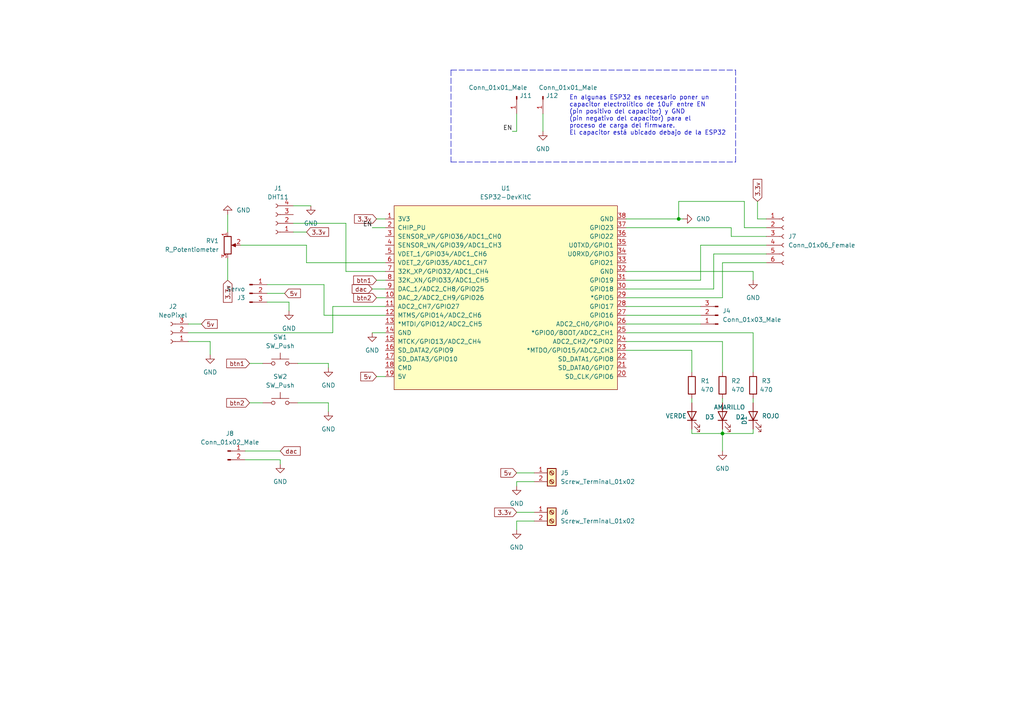
<source format=kicad_sch>
(kicad_sch (version 20211123) (generator eeschema)

  (uuid d8759214-147c-4d5c-93b6-abc771fea5ac)

  (paper "A4")

  (lib_symbols
    (symbol "Connector:Conn_01x01_Male" (pin_names (offset 1.016) hide) (in_bom yes) (on_board yes)
      (property "Reference" "J" (id 0) (at 0 2.54 0)
        (effects (font (size 1.27 1.27)))
      )
      (property "Value" "Conn_01x01_Male" (id 1) (at 0 -2.54 0)
        (effects (font (size 1.27 1.27)))
      )
      (property "Footprint" "" (id 2) (at 0 0 0)
        (effects (font (size 1.27 1.27)) hide)
      )
      (property "Datasheet" "~" (id 3) (at 0 0 0)
        (effects (font (size 1.27 1.27)) hide)
      )
      (property "ki_keywords" "connector" (id 4) (at 0 0 0)
        (effects (font (size 1.27 1.27)) hide)
      )
      (property "ki_description" "Generic connector, single row, 01x01, script generated (kicad-library-utils/schlib/autogen/connector/)" (id 5) (at 0 0 0)
        (effects (font (size 1.27 1.27)) hide)
      )
      (property "ki_fp_filters" "Connector*:*" (id 6) (at 0 0 0)
        (effects (font (size 1.27 1.27)) hide)
      )
      (symbol "Conn_01x01_Male_1_1"
        (polyline
          (pts
            (xy 1.27 0)
            (xy 0.8636 0)
          )
          (stroke (width 0.1524) (type default) (color 0 0 0 0))
          (fill (type none))
        )
        (rectangle (start 0.8636 0.127) (end 0 -0.127)
          (stroke (width 0.1524) (type default) (color 0 0 0 0))
          (fill (type outline))
        )
        (pin passive line (at 5.08 0 180) (length 3.81)
          (name "Pin_1" (effects (font (size 1.27 1.27))))
          (number "1" (effects (font (size 1.27 1.27))))
        )
      )
    )
    (symbol "Connector:Conn_01x02_Male" (pin_names (offset 1.016) hide) (in_bom yes) (on_board yes)
      (property "Reference" "J" (id 0) (at 0 2.54 0)
        (effects (font (size 1.27 1.27)))
      )
      (property "Value" "Conn_01x02_Male" (id 1) (at 0 -5.08 0)
        (effects (font (size 1.27 1.27)))
      )
      (property "Footprint" "" (id 2) (at 0 0 0)
        (effects (font (size 1.27 1.27)) hide)
      )
      (property "Datasheet" "~" (id 3) (at 0 0 0)
        (effects (font (size 1.27 1.27)) hide)
      )
      (property "ki_keywords" "connector" (id 4) (at 0 0 0)
        (effects (font (size 1.27 1.27)) hide)
      )
      (property "ki_description" "Generic connector, single row, 01x02, script generated (kicad-library-utils/schlib/autogen/connector/)" (id 5) (at 0 0 0)
        (effects (font (size 1.27 1.27)) hide)
      )
      (property "ki_fp_filters" "Connector*:*_1x??_*" (id 6) (at 0 0 0)
        (effects (font (size 1.27 1.27)) hide)
      )
      (symbol "Conn_01x02_Male_1_1"
        (polyline
          (pts
            (xy 1.27 -2.54)
            (xy 0.8636 -2.54)
          )
          (stroke (width 0.1524) (type default) (color 0 0 0 0))
          (fill (type none))
        )
        (polyline
          (pts
            (xy 1.27 0)
            (xy 0.8636 0)
          )
          (stroke (width 0.1524) (type default) (color 0 0 0 0))
          (fill (type none))
        )
        (rectangle (start 0.8636 -2.413) (end 0 -2.667)
          (stroke (width 0.1524) (type default) (color 0 0 0 0))
          (fill (type outline))
        )
        (rectangle (start 0.8636 0.127) (end 0 -0.127)
          (stroke (width 0.1524) (type default) (color 0 0 0 0))
          (fill (type outline))
        )
        (pin passive line (at 5.08 0 180) (length 3.81)
          (name "Pin_1" (effects (font (size 1.27 1.27))))
          (number "1" (effects (font (size 1.27 1.27))))
        )
        (pin passive line (at 5.08 -2.54 180) (length 3.81)
          (name "Pin_2" (effects (font (size 1.27 1.27))))
          (number "2" (effects (font (size 1.27 1.27))))
        )
      )
    )
    (symbol "Connector:Conn_01x03_Female" (pin_names (offset 1.016) hide) (in_bom yes) (on_board yes)
      (property "Reference" "J" (id 0) (at 0 5.08 0)
        (effects (font (size 1.27 1.27)))
      )
      (property "Value" "Conn_01x03_Female" (id 1) (at 0 -5.08 0)
        (effects (font (size 1.27 1.27)))
      )
      (property "Footprint" "" (id 2) (at 0 0 0)
        (effects (font (size 1.27 1.27)) hide)
      )
      (property "Datasheet" "~" (id 3) (at 0 0 0)
        (effects (font (size 1.27 1.27)) hide)
      )
      (property "ki_keywords" "connector" (id 4) (at 0 0 0)
        (effects (font (size 1.27 1.27)) hide)
      )
      (property "ki_description" "Generic connector, single row, 01x03, script generated (kicad-library-utils/schlib/autogen/connector/)" (id 5) (at 0 0 0)
        (effects (font (size 1.27 1.27)) hide)
      )
      (property "ki_fp_filters" "Connector*:*_1x??_*" (id 6) (at 0 0 0)
        (effects (font (size 1.27 1.27)) hide)
      )
      (symbol "Conn_01x03_Female_1_1"
        (arc (start 0 -2.032) (mid -0.508 -2.54) (end 0 -3.048)
          (stroke (width 0.1524) (type default) (color 0 0 0 0))
          (fill (type none))
        )
        (polyline
          (pts
            (xy -1.27 -2.54)
            (xy -0.508 -2.54)
          )
          (stroke (width 0.1524) (type default) (color 0 0 0 0))
          (fill (type none))
        )
        (polyline
          (pts
            (xy -1.27 0)
            (xy -0.508 0)
          )
          (stroke (width 0.1524) (type default) (color 0 0 0 0))
          (fill (type none))
        )
        (polyline
          (pts
            (xy -1.27 2.54)
            (xy -0.508 2.54)
          )
          (stroke (width 0.1524) (type default) (color 0 0 0 0))
          (fill (type none))
        )
        (arc (start 0 0.508) (mid -0.508 0) (end 0 -0.508)
          (stroke (width 0.1524) (type default) (color 0 0 0 0))
          (fill (type none))
        )
        (arc (start 0 3.048) (mid -0.508 2.54) (end 0 2.032)
          (stroke (width 0.1524) (type default) (color 0 0 0 0))
          (fill (type none))
        )
        (pin passive line (at -5.08 2.54 0) (length 3.81)
          (name "Pin_1" (effects (font (size 1.27 1.27))))
          (number "1" (effects (font (size 1.27 1.27))))
        )
        (pin passive line (at -5.08 0 0) (length 3.81)
          (name "Pin_2" (effects (font (size 1.27 1.27))))
          (number "2" (effects (font (size 1.27 1.27))))
        )
        (pin passive line (at -5.08 -2.54 0) (length 3.81)
          (name "Pin_3" (effects (font (size 1.27 1.27))))
          (number "3" (effects (font (size 1.27 1.27))))
        )
      )
    )
    (symbol "Connector:Conn_01x03_Male" (pin_names (offset 1.016) hide) (in_bom yes) (on_board yes)
      (property "Reference" "J" (id 0) (at 0 5.08 0)
        (effects (font (size 1.27 1.27)))
      )
      (property "Value" "Conn_01x03_Male" (id 1) (at 0 -5.08 0)
        (effects (font (size 1.27 1.27)))
      )
      (property "Footprint" "" (id 2) (at 0 0 0)
        (effects (font (size 1.27 1.27)) hide)
      )
      (property "Datasheet" "~" (id 3) (at 0 0 0)
        (effects (font (size 1.27 1.27)) hide)
      )
      (property "ki_keywords" "connector" (id 4) (at 0 0 0)
        (effects (font (size 1.27 1.27)) hide)
      )
      (property "ki_description" "Generic connector, single row, 01x03, script generated (kicad-library-utils/schlib/autogen/connector/)" (id 5) (at 0 0 0)
        (effects (font (size 1.27 1.27)) hide)
      )
      (property "ki_fp_filters" "Connector*:*_1x??_*" (id 6) (at 0 0 0)
        (effects (font (size 1.27 1.27)) hide)
      )
      (symbol "Conn_01x03_Male_1_1"
        (polyline
          (pts
            (xy 1.27 -2.54)
            (xy 0.8636 -2.54)
          )
          (stroke (width 0.1524) (type default) (color 0 0 0 0))
          (fill (type none))
        )
        (polyline
          (pts
            (xy 1.27 0)
            (xy 0.8636 0)
          )
          (stroke (width 0.1524) (type default) (color 0 0 0 0))
          (fill (type none))
        )
        (polyline
          (pts
            (xy 1.27 2.54)
            (xy 0.8636 2.54)
          )
          (stroke (width 0.1524) (type default) (color 0 0 0 0))
          (fill (type none))
        )
        (rectangle (start 0.8636 -2.413) (end 0 -2.667)
          (stroke (width 0.1524) (type default) (color 0 0 0 0))
          (fill (type outline))
        )
        (rectangle (start 0.8636 0.127) (end 0 -0.127)
          (stroke (width 0.1524) (type default) (color 0 0 0 0))
          (fill (type outline))
        )
        (rectangle (start 0.8636 2.667) (end 0 2.413)
          (stroke (width 0.1524) (type default) (color 0 0 0 0))
          (fill (type outline))
        )
        (pin passive line (at 5.08 2.54 180) (length 3.81)
          (name "Pin_1" (effects (font (size 1.27 1.27))))
          (number "1" (effects (font (size 1.27 1.27))))
        )
        (pin passive line (at 5.08 0 180) (length 3.81)
          (name "Pin_2" (effects (font (size 1.27 1.27))))
          (number "2" (effects (font (size 1.27 1.27))))
        )
        (pin passive line (at 5.08 -2.54 180) (length 3.81)
          (name "Pin_3" (effects (font (size 1.27 1.27))))
          (number "3" (effects (font (size 1.27 1.27))))
        )
      )
    )
    (symbol "Connector:Conn_01x04_Female" (pin_names (offset 1.016) hide) (in_bom yes) (on_board yes)
      (property "Reference" "J" (id 0) (at 0 5.08 0)
        (effects (font (size 1.27 1.27)))
      )
      (property "Value" "Conn_01x04_Female" (id 1) (at 0 -7.62 0)
        (effects (font (size 1.27 1.27)))
      )
      (property "Footprint" "" (id 2) (at 0 0 0)
        (effects (font (size 1.27 1.27)) hide)
      )
      (property "Datasheet" "~" (id 3) (at 0 0 0)
        (effects (font (size 1.27 1.27)) hide)
      )
      (property "ki_keywords" "connector" (id 4) (at 0 0 0)
        (effects (font (size 1.27 1.27)) hide)
      )
      (property "ki_description" "Generic connector, single row, 01x04, script generated (kicad-library-utils/schlib/autogen/connector/)" (id 5) (at 0 0 0)
        (effects (font (size 1.27 1.27)) hide)
      )
      (property "ki_fp_filters" "Connector*:*_1x??_*" (id 6) (at 0 0 0)
        (effects (font (size 1.27 1.27)) hide)
      )
      (symbol "Conn_01x04_Female_1_1"
        (arc (start 0 -4.572) (mid -0.508 -5.08) (end 0 -5.588)
          (stroke (width 0.1524) (type default) (color 0 0 0 0))
          (fill (type none))
        )
        (arc (start 0 -2.032) (mid -0.508 -2.54) (end 0 -3.048)
          (stroke (width 0.1524) (type default) (color 0 0 0 0))
          (fill (type none))
        )
        (polyline
          (pts
            (xy -1.27 -5.08)
            (xy -0.508 -5.08)
          )
          (stroke (width 0.1524) (type default) (color 0 0 0 0))
          (fill (type none))
        )
        (polyline
          (pts
            (xy -1.27 -2.54)
            (xy -0.508 -2.54)
          )
          (stroke (width 0.1524) (type default) (color 0 0 0 0))
          (fill (type none))
        )
        (polyline
          (pts
            (xy -1.27 0)
            (xy -0.508 0)
          )
          (stroke (width 0.1524) (type default) (color 0 0 0 0))
          (fill (type none))
        )
        (polyline
          (pts
            (xy -1.27 2.54)
            (xy -0.508 2.54)
          )
          (stroke (width 0.1524) (type default) (color 0 0 0 0))
          (fill (type none))
        )
        (arc (start 0 0.508) (mid -0.508 0) (end 0 -0.508)
          (stroke (width 0.1524) (type default) (color 0 0 0 0))
          (fill (type none))
        )
        (arc (start 0 3.048) (mid -0.508 2.54) (end 0 2.032)
          (stroke (width 0.1524) (type default) (color 0 0 0 0))
          (fill (type none))
        )
        (pin passive line (at -5.08 2.54 0) (length 3.81)
          (name "Pin_1" (effects (font (size 1.27 1.27))))
          (number "1" (effects (font (size 1.27 1.27))))
        )
        (pin passive line (at -5.08 0 0) (length 3.81)
          (name "Pin_2" (effects (font (size 1.27 1.27))))
          (number "2" (effects (font (size 1.27 1.27))))
        )
        (pin passive line (at -5.08 -2.54 0) (length 3.81)
          (name "Pin_3" (effects (font (size 1.27 1.27))))
          (number "3" (effects (font (size 1.27 1.27))))
        )
        (pin passive line (at -5.08 -5.08 0) (length 3.81)
          (name "Pin_4" (effects (font (size 1.27 1.27))))
          (number "4" (effects (font (size 1.27 1.27))))
        )
      )
    )
    (symbol "Connector:Conn_01x06_Female" (pin_names (offset 1.016) hide) (in_bom yes) (on_board yes)
      (property "Reference" "J" (id 0) (at 0 7.62 0)
        (effects (font (size 1.27 1.27)))
      )
      (property "Value" "Conn_01x06_Female" (id 1) (at 0 -10.16 0)
        (effects (font (size 1.27 1.27)))
      )
      (property "Footprint" "" (id 2) (at 0 0 0)
        (effects (font (size 1.27 1.27)) hide)
      )
      (property "Datasheet" "~" (id 3) (at 0 0 0)
        (effects (font (size 1.27 1.27)) hide)
      )
      (property "ki_keywords" "connector" (id 4) (at 0 0 0)
        (effects (font (size 1.27 1.27)) hide)
      )
      (property "ki_description" "Generic connector, single row, 01x06, script generated (kicad-library-utils/schlib/autogen/connector/)" (id 5) (at 0 0 0)
        (effects (font (size 1.27 1.27)) hide)
      )
      (property "ki_fp_filters" "Connector*:*_1x??_*" (id 6) (at 0 0 0)
        (effects (font (size 1.27 1.27)) hide)
      )
      (symbol "Conn_01x06_Female_1_1"
        (arc (start 0 -7.112) (mid -0.508 -7.62) (end 0 -8.128)
          (stroke (width 0.1524) (type default) (color 0 0 0 0))
          (fill (type none))
        )
        (arc (start 0 -4.572) (mid -0.508 -5.08) (end 0 -5.588)
          (stroke (width 0.1524) (type default) (color 0 0 0 0))
          (fill (type none))
        )
        (arc (start 0 -2.032) (mid -0.508 -2.54) (end 0 -3.048)
          (stroke (width 0.1524) (type default) (color 0 0 0 0))
          (fill (type none))
        )
        (polyline
          (pts
            (xy -1.27 -7.62)
            (xy -0.508 -7.62)
          )
          (stroke (width 0.1524) (type default) (color 0 0 0 0))
          (fill (type none))
        )
        (polyline
          (pts
            (xy -1.27 -5.08)
            (xy -0.508 -5.08)
          )
          (stroke (width 0.1524) (type default) (color 0 0 0 0))
          (fill (type none))
        )
        (polyline
          (pts
            (xy -1.27 -2.54)
            (xy -0.508 -2.54)
          )
          (stroke (width 0.1524) (type default) (color 0 0 0 0))
          (fill (type none))
        )
        (polyline
          (pts
            (xy -1.27 0)
            (xy -0.508 0)
          )
          (stroke (width 0.1524) (type default) (color 0 0 0 0))
          (fill (type none))
        )
        (polyline
          (pts
            (xy -1.27 2.54)
            (xy -0.508 2.54)
          )
          (stroke (width 0.1524) (type default) (color 0 0 0 0))
          (fill (type none))
        )
        (polyline
          (pts
            (xy -1.27 5.08)
            (xy -0.508 5.08)
          )
          (stroke (width 0.1524) (type default) (color 0 0 0 0))
          (fill (type none))
        )
        (arc (start 0 0.508) (mid -0.508 0) (end 0 -0.508)
          (stroke (width 0.1524) (type default) (color 0 0 0 0))
          (fill (type none))
        )
        (arc (start 0 3.048) (mid -0.508 2.54) (end 0 2.032)
          (stroke (width 0.1524) (type default) (color 0 0 0 0))
          (fill (type none))
        )
        (arc (start 0 5.588) (mid -0.508 5.08) (end 0 4.572)
          (stroke (width 0.1524) (type default) (color 0 0 0 0))
          (fill (type none))
        )
        (pin passive line (at -5.08 5.08 0) (length 3.81)
          (name "Pin_1" (effects (font (size 1.27 1.27))))
          (number "1" (effects (font (size 1.27 1.27))))
        )
        (pin passive line (at -5.08 2.54 0) (length 3.81)
          (name "Pin_2" (effects (font (size 1.27 1.27))))
          (number "2" (effects (font (size 1.27 1.27))))
        )
        (pin passive line (at -5.08 0 0) (length 3.81)
          (name "Pin_3" (effects (font (size 1.27 1.27))))
          (number "3" (effects (font (size 1.27 1.27))))
        )
        (pin passive line (at -5.08 -2.54 0) (length 3.81)
          (name "Pin_4" (effects (font (size 1.27 1.27))))
          (number "4" (effects (font (size 1.27 1.27))))
        )
        (pin passive line (at -5.08 -5.08 0) (length 3.81)
          (name "Pin_5" (effects (font (size 1.27 1.27))))
          (number "5" (effects (font (size 1.27 1.27))))
        )
        (pin passive line (at -5.08 -7.62 0) (length 3.81)
          (name "Pin_6" (effects (font (size 1.27 1.27))))
          (number "6" (effects (font (size 1.27 1.27))))
        )
      )
    )
    (symbol "Connector:Screw_Terminal_01x02" (pin_names (offset 1.016) hide) (in_bom yes) (on_board yes)
      (property "Reference" "J" (id 0) (at 0 2.54 0)
        (effects (font (size 1.27 1.27)))
      )
      (property "Value" "Screw_Terminal_01x02" (id 1) (at 0 -5.08 0)
        (effects (font (size 1.27 1.27)))
      )
      (property "Footprint" "" (id 2) (at 0 0 0)
        (effects (font (size 1.27 1.27)) hide)
      )
      (property "Datasheet" "~" (id 3) (at 0 0 0)
        (effects (font (size 1.27 1.27)) hide)
      )
      (property "ki_keywords" "screw terminal" (id 4) (at 0 0 0)
        (effects (font (size 1.27 1.27)) hide)
      )
      (property "ki_description" "Generic screw terminal, single row, 01x02, script generated (kicad-library-utils/schlib/autogen/connector/)" (id 5) (at 0 0 0)
        (effects (font (size 1.27 1.27)) hide)
      )
      (property "ki_fp_filters" "TerminalBlock*:*" (id 6) (at 0 0 0)
        (effects (font (size 1.27 1.27)) hide)
      )
      (symbol "Screw_Terminal_01x02_1_1"
        (rectangle (start -1.27 1.27) (end 1.27 -3.81)
          (stroke (width 0.254) (type default) (color 0 0 0 0))
          (fill (type background))
        )
        (circle (center 0 -2.54) (radius 0.635)
          (stroke (width 0.1524) (type default) (color 0 0 0 0))
          (fill (type none))
        )
        (polyline
          (pts
            (xy -0.5334 -2.2098)
            (xy 0.3302 -3.048)
          )
          (stroke (width 0.1524) (type default) (color 0 0 0 0))
          (fill (type none))
        )
        (polyline
          (pts
            (xy -0.5334 0.3302)
            (xy 0.3302 -0.508)
          )
          (stroke (width 0.1524) (type default) (color 0 0 0 0))
          (fill (type none))
        )
        (polyline
          (pts
            (xy -0.3556 -2.032)
            (xy 0.508 -2.8702)
          )
          (stroke (width 0.1524) (type default) (color 0 0 0 0))
          (fill (type none))
        )
        (polyline
          (pts
            (xy -0.3556 0.508)
            (xy 0.508 -0.3302)
          )
          (stroke (width 0.1524) (type default) (color 0 0 0 0))
          (fill (type none))
        )
        (circle (center 0 0) (radius 0.635)
          (stroke (width 0.1524) (type default) (color 0 0 0 0))
          (fill (type none))
        )
        (pin passive line (at -5.08 0 0) (length 3.81)
          (name "Pin_1" (effects (font (size 1.27 1.27))))
          (number "1" (effects (font (size 1.27 1.27))))
        )
        (pin passive line (at -5.08 -2.54 0) (length 3.81)
          (name "Pin_2" (effects (font (size 1.27 1.27))))
          (number "2" (effects (font (size 1.27 1.27))))
        )
      )
    )
    (symbol "Device:LED" (pin_numbers hide) (pin_names (offset 1.016) hide) (in_bom yes) (on_board yes)
      (property "Reference" "D" (id 0) (at 0 2.54 0)
        (effects (font (size 1.27 1.27)))
      )
      (property "Value" "LED" (id 1) (at 0 -2.54 0)
        (effects (font (size 1.27 1.27)))
      )
      (property "Footprint" "" (id 2) (at 0 0 0)
        (effects (font (size 1.27 1.27)) hide)
      )
      (property "Datasheet" "~" (id 3) (at 0 0 0)
        (effects (font (size 1.27 1.27)) hide)
      )
      (property "ki_keywords" "LED diode" (id 4) (at 0 0 0)
        (effects (font (size 1.27 1.27)) hide)
      )
      (property "ki_description" "Light emitting diode" (id 5) (at 0 0 0)
        (effects (font (size 1.27 1.27)) hide)
      )
      (property "ki_fp_filters" "LED* LED_SMD:* LED_THT:*" (id 6) (at 0 0 0)
        (effects (font (size 1.27 1.27)) hide)
      )
      (symbol "LED_0_1"
        (polyline
          (pts
            (xy -1.27 -1.27)
            (xy -1.27 1.27)
          )
          (stroke (width 0.254) (type default) (color 0 0 0 0))
          (fill (type none))
        )
        (polyline
          (pts
            (xy -1.27 0)
            (xy 1.27 0)
          )
          (stroke (width 0) (type default) (color 0 0 0 0))
          (fill (type none))
        )
        (polyline
          (pts
            (xy 1.27 -1.27)
            (xy 1.27 1.27)
            (xy -1.27 0)
            (xy 1.27 -1.27)
          )
          (stroke (width 0.254) (type default) (color 0 0 0 0))
          (fill (type none))
        )
        (polyline
          (pts
            (xy -3.048 -0.762)
            (xy -4.572 -2.286)
            (xy -3.81 -2.286)
            (xy -4.572 -2.286)
            (xy -4.572 -1.524)
          )
          (stroke (width 0) (type default) (color 0 0 0 0))
          (fill (type none))
        )
        (polyline
          (pts
            (xy -1.778 -0.762)
            (xy -3.302 -2.286)
            (xy -2.54 -2.286)
            (xy -3.302 -2.286)
            (xy -3.302 -1.524)
          )
          (stroke (width 0) (type default) (color 0 0 0 0))
          (fill (type none))
        )
      )
      (symbol "LED_1_1"
        (pin passive line (at -3.81 0 0) (length 2.54)
          (name "K" (effects (font (size 1.27 1.27))))
          (number "1" (effects (font (size 1.27 1.27))))
        )
        (pin passive line (at 3.81 0 180) (length 2.54)
          (name "A" (effects (font (size 1.27 1.27))))
          (number "2" (effects (font (size 1.27 1.27))))
        )
      )
    )
    (symbol "Device:R" (pin_numbers hide) (pin_names (offset 0)) (in_bom yes) (on_board yes)
      (property "Reference" "R" (id 0) (at 2.032 0 90)
        (effects (font (size 1.27 1.27)))
      )
      (property "Value" "R" (id 1) (at 0 0 90)
        (effects (font (size 1.27 1.27)))
      )
      (property "Footprint" "" (id 2) (at -1.778 0 90)
        (effects (font (size 1.27 1.27)) hide)
      )
      (property "Datasheet" "~" (id 3) (at 0 0 0)
        (effects (font (size 1.27 1.27)) hide)
      )
      (property "ki_keywords" "R res resistor" (id 4) (at 0 0 0)
        (effects (font (size 1.27 1.27)) hide)
      )
      (property "ki_description" "Resistor" (id 5) (at 0 0 0)
        (effects (font (size 1.27 1.27)) hide)
      )
      (property "ki_fp_filters" "R_*" (id 6) (at 0 0 0)
        (effects (font (size 1.27 1.27)) hide)
      )
      (symbol "R_0_1"
        (rectangle (start -1.016 -2.54) (end 1.016 2.54)
          (stroke (width 0.254) (type default) (color 0 0 0 0))
          (fill (type none))
        )
      )
      (symbol "R_1_1"
        (pin passive line (at 0 3.81 270) (length 1.27)
          (name "~" (effects (font (size 1.27 1.27))))
          (number "1" (effects (font (size 1.27 1.27))))
        )
        (pin passive line (at 0 -3.81 90) (length 1.27)
          (name "~" (effects (font (size 1.27 1.27))))
          (number "2" (effects (font (size 1.27 1.27))))
        )
      )
    )
    (symbol "Device:R_Potentiometer" (pin_names (offset 1.016) hide) (in_bom yes) (on_board yes)
      (property "Reference" "RV" (id 0) (at -4.445 0 90)
        (effects (font (size 1.27 1.27)))
      )
      (property "Value" "R_Potentiometer" (id 1) (at -2.54 0 90)
        (effects (font (size 1.27 1.27)))
      )
      (property "Footprint" "" (id 2) (at 0 0 0)
        (effects (font (size 1.27 1.27)) hide)
      )
      (property "Datasheet" "~" (id 3) (at 0 0 0)
        (effects (font (size 1.27 1.27)) hide)
      )
      (property "ki_keywords" "resistor variable" (id 4) (at 0 0 0)
        (effects (font (size 1.27 1.27)) hide)
      )
      (property "ki_description" "Potentiometer" (id 5) (at 0 0 0)
        (effects (font (size 1.27 1.27)) hide)
      )
      (property "ki_fp_filters" "Potentiometer*" (id 6) (at 0 0 0)
        (effects (font (size 1.27 1.27)) hide)
      )
      (symbol "R_Potentiometer_0_1"
        (polyline
          (pts
            (xy 2.54 0)
            (xy 1.524 0)
          )
          (stroke (width 0) (type default) (color 0 0 0 0))
          (fill (type none))
        )
        (polyline
          (pts
            (xy 1.143 0)
            (xy 2.286 0.508)
            (xy 2.286 -0.508)
            (xy 1.143 0)
          )
          (stroke (width 0) (type default) (color 0 0 0 0))
          (fill (type outline))
        )
        (rectangle (start 1.016 2.54) (end -1.016 -2.54)
          (stroke (width 0.254) (type default) (color 0 0 0 0))
          (fill (type none))
        )
      )
      (symbol "R_Potentiometer_1_1"
        (pin passive line (at 0 3.81 270) (length 1.27)
          (name "1" (effects (font (size 1.27 1.27))))
          (number "1" (effects (font (size 1.27 1.27))))
        )
        (pin passive line (at 3.81 0 180) (length 1.27)
          (name "2" (effects (font (size 1.27 1.27))))
          (number "2" (effects (font (size 1.27 1.27))))
        )
        (pin passive line (at 0 -3.81 90) (length 1.27)
          (name "3" (effects (font (size 1.27 1.27))))
          (number "3" (effects (font (size 1.27 1.27))))
        )
      )
    )
    (symbol "Espressif:ESP32-DevKitC" (pin_names (offset 1.016)) (in_bom yes) (on_board yes)
      (property "Reference" "U" (id 0) (at -8.89 26.67 0)
        (effects (font (size 1.27 1.27)))
      )
      (property "Value" "ESP32-DevKitC" (id 1) (at 0 -29.21 0)
        (effects (font (size 1.27 1.27)))
      )
      (property "Footprint" "Espressif:ESP32-DevKitC" (id 2) (at 0 -31.75 0)
        (effects (font (size 1.27 1.27)) hide)
      )
      (property "Datasheet" "https://docs.espressif.com/projects/esp-idf/zh_CN/latest/esp32/hw-reference/esp32/get-started-devkitc.html" (id 3) (at 3.81 -31.75 0)
        (effects (font (size 1.27 1.27)) hide)
      )
      (property "ki_keywords" "ESP32" (id 4) (at 0 0 0)
        (effects (font (size 1.27 1.27)) hide)
      )
      (property "ki_description" "Development Kit" (id 5) (at 0 0 0)
        (effects (font (size 1.27 1.27)) hide)
      )
      (symbol "ESP32-DevKitC_0_0"
        (pin power_in line (at -33.02 -11.43 0) (length 2.54)
          (name "GND" (effects (font (size 1.27 1.27))))
          (number "14" (effects (font (size 1.27 1.27))))
        )
        (pin power_in line (at -33.02 -24.13 0) (length 2.54)
          (name "5V" (effects (font (size 1.27 1.27))))
          (number "19" (effects (font (size 1.27 1.27))))
        )
      )
      (symbol "ESP32-DevKitC_0_1"
        (rectangle (start -30.48 25.4) (end 34.29 -27.94)
          (stroke (width 0) (type default) (color 0 0 0 0))
          (fill (type background))
        )
      )
      (symbol "ESP32-DevKitC_1_1"
        (pin power_in line (at -33.02 21.59 0) (length 2.54)
          (name "3V3" (effects (font (size 1.27 1.27))))
          (number "1" (effects (font (size 1.27 1.27))))
        )
        (pin bidirectional line (at -33.02 -1.27 0) (length 2.54)
          (name "DAC_2/ADC2_CH9/GPIO26" (effects (font (size 1.27 1.27))))
          (number "10" (effects (font (size 1.27 1.27))))
        )
        (pin bidirectional line (at -33.02 -3.81 0) (length 2.54)
          (name "ADC2_CH7/GPIO27" (effects (font (size 1.27 1.27))))
          (number "11" (effects (font (size 1.27 1.27))))
        )
        (pin bidirectional line (at -33.02 -6.35 0) (length 2.54)
          (name "MTMS/GPIO14/ADC2_CH6" (effects (font (size 1.27 1.27))))
          (number "12" (effects (font (size 1.27 1.27))))
        )
        (pin bidirectional line (at -33.02 -8.89 0) (length 2.54)
          (name "*MTDI/GPIO12/ADC2_CH5" (effects (font (size 1.27 1.27))))
          (number "13" (effects (font (size 1.27 1.27))))
        )
        (pin bidirectional line (at -33.02 -13.97 0) (length 2.54)
          (name "MTCK/GPIO13/ADC2_CH4" (effects (font (size 1.27 1.27))))
          (number "15" (effects (font (size 1.27 1.27))))
        )
        (pin bidirectional line (at -33.02 -16.51 0) (length 2.54)
          (name "SD_DATA2/GPIO9" (effects (font (size 1.27 1.27))))
          (number "16" (effects (font (size 1.27 1.27))))
        )
        (pin bidirectional line (at -33.02 -19.05 0) (length 2.54)
          (name "SD_DATA3/GPIO10" (effects (font (size 1.27 1.27))))
          (number "17" (effects (font (size 1.27 1.27))))
        )
        (pin bidirectional line (at -33.02 -21.59 0) (length 2.54)
          (name "CMD" (effects (font (size 1.27 1.27))))
          (number "18" (effects (font (size 1.27 1.27))))
        )
        (pin input line (at -33.02 19.05 0) (length 2.54)
          (name "CHIP_PU" (effects (font (size 1.27 1.27))))
          (number "2" (effects (font (size 1.27 1.27))))
        )
        (pin bidirectional line (at 36.83 -24.13 180) (length 2.54)
          (name "SD_CLK/GPIO6" (effects (font (size 1.27 1.27))))
          (number "20" (effects (font (size 1.27 1.27))))
        )
        (pin bidirectional line (at 36.83 -21.59 180) (length 2.54)
          (name "SD_DATA0/GPIO7" (effects (font (size 1.27 1.27))))
          (number "21" (effects (font (size 1.27 1.27))))
        )
        (pin bidirectional line (at 36.83 -19.05 180) (length 2.54)
          (name "SD_DATA1/GPIO8" (effects (font (size 1.27 1.27))))
          (number "22" (effects (font (size 1.27 1.27))))
        )
        (pin bidirectional line (at 36.83 -16.51 180) (length 2.54)
          (name "*MTDO/GPIO15/ADC2_CH3" (effects (font (size 1.27 1.27))))
          (number "23" (effects (font (size 1.27 1.27))))
        )
        (pin bidirectional line (at 36.83 -13.97 180) (length 2.54)
          (name "ADC2_CH2/*GPIO2" (effects (font (size 1.27 1.27))))
          (number "24" (effects (font (size 1.27 1.27))))
        )
        (pin bidirectional line (at 36.83 -11.43 180) (length 2.54)
          (name "*GPIO0/BOOT/ADC2_CH1" (effects (font (size 1.27 1.27))))
          (number "25" (effects (font (size 1.27 1.27))))
        )
        (pin bidirectional line (at 36.83 -8.89 180) (length 2.54)
          (name "ADC2_CH0/GPIO4" (effects (font (size 1.27 1.27))))
          (number "26" (effects (font (size 1.27 1.27))))
        )
        (pin bidirectional line (at 36.83 -6.35 180) (length 2.54)
          (name "GPIO16" (effects (font (size 1.27 1.27))))
          (number "27" (effects (font (size 1.27 1.27))))
        )
        (pin bidirectional line (at 36.83 -3.81 180) (length 2.54)
          (name "GPIO17" (effects (font (size 1.27 1.27))))
          (number "28" (effects (font (size 1.27 1.27))))
        )
        (pin bidirectional line (at 36.83 -1.27 180) (length 2.54)
          (name "*GPIO5" (effects (font (size 1.27 1.27))))
          (number "29" (effects (font (size 1.27 1.27))))
        )
        (pin input line (at -33.02 16.51 0) (length 2.54)
          (name "SENSOR_VP/GPIO36/ADC1_CH0" (effects (font (size 1.27 1.27))))
          (number "3" (effects (font (size 1.27 1.27))))
        )
        (pin bidirectional line (at 36.83 1.27 180) (length 2.54)
          (name "GPIO18" (effects (font (size 1.27 1.27))))
          (number "30" (effects (font (size 1.27 1.27))))
        )
        (pin bidirectional line (at 36.83 3.81 180) (length 2.54)
          (name "GPIO19" (effects (font (size 1.27 1.27))))
          (number "31" (effects (font (size 1.27 1.27))))
        )
        (pin power_in line (at 36.83 6.35 180) (length 2.54)
          (name "GND" (effects (font (size 1.27 1.27))))
          (number "32" (effects (font (size 1.27 1.27))))
        )
        (pin bidirectional line (at 36.83 8.89 180) (length 2.54)
          (name "GPIO21" (effects (font (size 1.27 1.27))))
          (number "33" (effects (font (size 1.27 1.27))))
        )
        (pin bidirectional line (at 36.83 11.43 180) (length 2.54)
          (name "U0RXD/GPIO3" (effects (font (size 1.27 1.27))))
          (number "34" (effects (font (size 1.27 1.27))))
        )
        (pin bidirectional line (at 36.83 13.97 180) (length 2.54)
          (name "U0TXD/GPIO1" (effects (font (size 1.27 1.27))))
          (number "35" (effects (font (size 1.27 1.27))))
        )
        (pin bidirectional line (at 36.83 16.51 180) (length 2.54)
          (name "GPIO22" (effects (font (size 1.27 1.27))))
          (number "36" (effects (font (size 1.27 1.27))))
        )
        (pin bidirectional line (at 36.83 19.05 180) (length 2.54)
          (name "GPIO23" (effects (font (size 1.27 1.27))))
          (number "37" (effects (font (size 1.27 1.27))))
        )
        (pin power_in line (at 36.83 21.59 180) (length 2.54)
          (name "GND" (effects (font (size 1.27 1.27))))
          (number "38" (effects (font (size 1.27 1.27))))
        )
        (pin input line (at -33.02 13.97 0) (length 2.54)
          (name "SENSOR_VN/GPIO39/ADC1_CH3" (effects (font (size 1.27 1.27))))
          (number "4" (effects (font (size 1.27 1.27))))
        )
        (pin input line (at -33.02 11.43 0) (length 2.54)
          (name "VDET_1/GPIO34/ADC1_CH6" (effects (font (size 1.27 1.27))))
          (number "5" (effects (font (size 1.27 1.27))))
        )
        (pin input line (at -33.02 8.89 0) (length 2.54)
          (name "VDET_2/GPIO35/ADC1_CH7" (effects (font (size 1.27 1.27))))
          (number "6" (effects (font (size 1.27 1.27))))
        )
        (pin bidirectional line (at -33.02 6.35 0) (length 2.54)
          (name "32K_XP/GPIO32/ADC1_CH4" (effects (font (size 1.27 1.27))))
          (number "7" (effects (font (size 1.27 1.27))))
        )
        (pin bidirectional line (at -33.02 3.81 0) (length 2.54)
          (name "32K_XN/GPIO33/ADC1_CH5" (effects (font (size 1.27 1.27))))
          (number "8" (effects (font (size 1.27 1.27))))
        )
        (pin bidirectional line (at -33.02 1.27 0) (length 2.54)
          (name "DAC_1/ADC2_CH8/GPIO25" (effects (font (size 1.27 1.27))))
          (number "9" (effects (font (size 1.27 1.27))))
        )
      )
    )
    (symbol "Switch:SW_Push" (pin_numbers hide) (pin_names (offset 1.016) hide) (in_bom yes) (on_board yes)
      (property "Reference" "SW" (id 0) (at 1.27 2.54 0)
        (effects (font (size 1.27 1.27)) (justify left))
      )
      (property "Value" "SW_Push" (id 1) (at 0 -1.524 0)
        (effects (font (size 1.27 1.27)))
      )
      (property "Footprint" "" (id 2) (at 0 5.08 0)
        (effects (font (size 1.27 1.27)) hide)
      )
      (property "Datasheet" "~" (id 3) (at 0 5.08 0)
        (effects (font (size 1.27 1.27)) hide)
      )
      (property "ki_keywords" "switch normally-open pushbutton push-button" (id 4) (at 0 0 0)
        (effects (font (size 1.27 1.27)) hide)
      )
      (property "ki_description" "Push button switch, generic, two pins" (id 5) (at 0 0 0)
        (effects (font (size 1.27 1.27)) hide)
      )
      (symbol "SW_Push_0_1"
        (circle (center -2.032 0) (radius 0.508)
          (stroke (width 0) (type default) (color 0 0 0 0))
          (fill (type none))
        )
        (polyline
          (pts
            (xy 0 1.27)
            (xy 0 3.048)
          )
          (stroke (width 0) (type default) (color 0 0 0 0))
          (fill (type none))
        )
        (polyline
          (pts
            (xy 2.54 1.27)
            (xy -2.54 1.27)
          )
          (stroke (width 0) (type default) (color 0 0 0 0))
          (fill (type none))
        )
        (circle (center 2.032 0) (radius 0.508)
          (stroke (width 0) (type default) (color 0 0 0 0))
          (fill (type none))
        )
        (pin passive line (at -5.08 0 0) (length 2.54)
          (name "1" (effects (font (size 1.27 1.27))))
          (number "1" (effects (font (size 1.27 1.27))))
        )
        (pin passive line (at 5.08 0 180) (length 2.54)
          (name "2" (effects (font (size 1.27 1.27))))
          (number "2" (effects (font (size 1.27 1.27))))
        )
      )
    )
    (symbol "power:GND" (power) (pin_names (offset 0)) (in_bom yes) (on_board yes)
      (property "Reference" "#PWR" (id 0) (at 0 -6.35 0)
        (effects (font (size 1.27 1.27)) hide)
      )
      (property "Value" "GND" (id 1) (at 0 -3.81 0)
        (effects (font (size 1.27 1.27)))
      )
      (property "Footprint" "" (id 2) (at 0 0 0)
        (effects (font (size 1.27 1.27)) hide)
      )
      (property "Datasheet" "" (id 3) (at 0 0 0)
        (effects (font (size 1.27 1.27)) hide)
      )
      (property "ki_keywords" "power-flag" (id 4) (at 0 0 0)
        (effects (font (size 1.27 1.27)) hide)
      )
      (property "ki_description" "Power symbol creates a global label with name \"GND\" , ground" (id 5) (at 0 0 0)
        (effects (font (size 1.27 1.27)) hide)
      )
      (symbol "GND_0_1"
        (polyline
          (pts
            (xy 0 0)
            (xy 0 -1.27)
            (xy 1.27 -1.27)
            (xy 0 -2.54)
            (xy -1.27 -1.27)
            (xy 0 -1.27)
          )
          (stroke (width 0) (type default) (color 0 0 0 0))
          (fill (type none))
        )
      )
      (symbol "GND_1_1"
        (pin power_in line (at 0 0 270) (length 0) hide
          (name "GND" (effects (font (size 1.27 1.27))))
          (number "1" (effects (font (size 1.27 1.27))))
        )
      )
    )
  )

  (junction (at 209.55 125.73) (diameter 0) (color 0 0 0 0)
    (uuid 74e1b34f-2ef9-4b93-a25a-91c6d035779a)
  )
  (junction (at 196.85 63.5) (diameter 0) (color 0 0 0 0)
    (uuid 854211c5-d980-404d-bde5-42407f323b2a)
  )

  (wire (pts (xy 149.86 148.59) (xy 154.94 148.59))
    (stroke (width 0) (type default) (color 0 0 0 0))
    (uuid 01d8ca73-2e0a-435f-a21c-1bb853b4d647)
  )
  (wire (pts (xy 88.9 67.31) (xy 85.09 67.31))
    (stroke (width 0) (type default) (color 0 0 0 0))
    (uuid 05a14597-8155-4f2f-a215-de004c39f54d)
  )
  (wire (pts (xy 203.2 71.12) (xy 222.25 71.12))
    (stroke (width 0) (type default) (color 0 0 0 0))
    (uuid 062952be-c947-47f5-8adf-207d9f2a9f7e)
  )
  (wire (pts (xy 100.33 78.74) (xy 111.76 78.74))
    (stroke (width 0) (type default) (color 0 0 0 0))
    (uuid 073cb585-4e07-4f6e-9e5d-0480879b083f)
  )
  (wire (pts (xy 181.61 91.44) (xy 203.2 91.44))
    (stroke (width 0) (type default) (color 0 0 0 0))
    (uuid 07a2b5a7-d4a4-43a4-b179-1389a9da319f)
  )
  (wire (pts (xy 200.66 115.57) (xy 200.66 116.84))
    (stroke (width 0) (type default) (color 0 0 0 0))
    (uuid 0eec8c5d-4b44-4699-b3a8-f2d110aebbdc)
  )
  (wire (pts (xy 88.9 71.12) (xy 88.9 76.2))
    (stroke (width 0) (type default) (color 0 0 0 0))
    (uuid 127f4b5d-f7ff-4b08-a579-266af5c99c11)
  )
  (wire (pts (xy 72.39 105.41) (xy 76.2 105.41))
    (stroke (width 0) (type default) (color 0 0 0 0))
    (uuid 1706bfd1-1eb8-4510-b3c9-5d30cb6cf703)
  )
  (wire (pts (xy 215.9 66.04) (xy 222.25 66.04))
    (stroke (width 0) (type default) (color 0 0 0 0))
    (uuid 1e15a312-4dce-462e-9dcd-d85bd705ecfe)
  )
  (polyline (pts (xy 130.81 46.99) (xy 213.36 46.99))
    (stroke (width 0) (type default) (color 0 0 0 0))
    (uuid 1f29c637-53ed-4805-a84b-61f94ba2f0bc)
  )

  (wire (pts (xy 109.22 109.22) (xy 111.76 109.22))
    (stroke (width 0) (type default) (color 0 0 0 0))
    (uuid 23c7d36d-490f-4ac7-a33b-41e9c42023df)
  )
  (wire (pts (xy 109.22 81.28) (xy 111.76 81.28))
    (stroke (width 0) (type default) (color 0 0 0 0))
    (uuid 240e966d-02a2-42bf-9232-35255c6b24d2)
  )
  (wire (pts (xy 181.61 78.74) (xy 218.44 78.74))
    (stroke (width 0) (type default) (color 0 0 0 0))
    (uuid 2a1c47b5-733b-418d-bb55-a156aa892704)
  )
  (wire (pts (xy 96.52 96.52) (xy 96.52 88.9))
    (stroke (width 0) (type default) (color 0 0 0 0))
    (uuid 2cea2afc-3add-41ed-9087-78dd91e9243b)
  )
  (wire (pts (xy 181.61 86.36) (xy 209.55 86.36))
    (stroke (width 0) (type default) (color 0 0 0 0))
    (uuid 304810e9-0ab1-4d72-8a9e-4b80f0ec2b8c)
  )
  (wire (pts (xy 207.01 73.66) (xy 222.25 73.66))
    (stroke (width 0) (type default) (color 0 0 0 0))
    (uuid 32f0334d-d143-44f4-9ee1-baee2e1f06e5)
  )
  (wire (pts (xy 157.48 33.02) (xy 157.48 38.1))
    (stroke (width 0) (type default) (color 0 0 0 0))
    (uuid 3336d8cf-30e2-4e18-9755-4d996c9a8283)
  )
  (wire (pts (xy 218.44 78.74) (xy 218.44 81.28))
    (stroke (width 0) (type default) (color 0 0 0 0))
    (uuid 34912626-d263-47db-93c8-9b58cfa24e90)
  )
  (wire (pts (xy 209.55 125.73) (xy 218.44 125.73))
    (stroke (width 0) (type default) (color 0 0 0 0))
    (uuid 38546b4f-8ff8-4cde-a9d8-f2f588d12c05)
  )
  (wire (pts (xy 209.55 125.73) (xy 209.55 124.46))
    (stroke (width 0) (type default) (color 0 0 0 0))
    (uuid 3a7357ed-ac54-4254-a4e5-3563bd0a97fe)
  )
  (wire (pts (xy 209.55 99.06) (xy 209.55 107.95))
    (stroke (width 0) (type default) (color 0 0 0 0))
    (uuid 3ee3cb09-210a-48f8-ae9e-e4a3d10e69a1)
  )
  (wire (pts (xy 218.44 124.46) (xy 218.44 125.73))
    (stroke (width 0) (type default) (color 0 0 0 0))
    (uuid 41062982-a11c-4fe9-bbce-bf5051d0ed5a)
  )
  (wire (pts (xy 83.82 87.63) (xy 83.82 90.17))
    (stroke (width 0) (type default) (color 0 0 0 0))
    (uuid 4120b357-f231-4b48-8066-edaec2113cdc)
  )
  (wire (pts (xy 54.61 96.52) (xy 96.52 96.52))
    (stroke (width 0) (type default) (color 0 0 0 0))
    (uuid 4277d5dc-81a3-418d-84f2-201aa44ec88d)
  )
  (wire (pts (xy 181.61 83.82) (xy 207.01 83.82))
    (stroke (width 0) (type default) (color 0 0 0 0))
    (uuid 429a561b-7e92-4977-9fd2-62cf1ba46fed)
  )
  (wire (pts (xy 215.9 58.42) (xy 215.9 66.04))
    (stroke (width 0) (type default) (color 0 0 0 0))
    (uuid 435d7a00-f05b-4907-b926-f05d9d2022c2)
  )
  (wire (pts (xy 200.66 125.73) (xy 200.66 124.46))
    (stroke (width 0) (type default) (color 0 0 0 0))
    (uuid 45450dcd-eddd-40b9-b837-4c8ae62e52e0)
  )
  (polyline (pts (xy 130.81 20.32) (xy 130.81 46.99))
    (stroke (width 0) (type default) (color 0 0 0 0))
    (uuid 46512633-de25-4f9f-be65-79a3f5141146)
  )

  (wire (pts (xy 93.98 82.55) (xy 93.98 91.44))
    (stroke (width 0) (type default) (color 0 0 0 0))
    (uuid 4750e09f-fe53-4a79-bdfb-7e59ec24d201)
  )
  (wire (pts (xy 77.47 87.63) (xy 83.82 87.63))
    (stroke (width 0) (type default) (color 0 0 0 0))
    (uuid 4c7edfe5-0b9e-471e-bdfc-f9fbe14877d8)
  )
  (wire (pts (xy 149.86 33.02) (xy 149.86 38.1))
    (stroke (width 0) (type default) (color 0 0 0 0))
    (uuid 4cb341a3-e9cf-45fc-a94c-c7fae6c71aea)
  )
  (wire (pts (xy 72.39 116.84) (xy 76.2 116.84))
    (stroke (width 0) (type default) (color 0 0 0 0))
    (uuid 4cc33970-8089-4939-9ab3-269ac8df7ca0)
  )
  (wire (pts (xy 107.95 83.82) (xy 111.76 83.82))
    (stroke (width 0) (type default) (color 0 0 0 0))
    (uuid 4d837f48-6623-4902-abe7-fc1af86a693c)
  )
  (wire (pts (xy 82.55 85.09) (xy 77.47 85.09))
    (stroke (width 0) (type default) (color 0 0 0 0))
    (uuid 517c93e4-3630-416e-b52b-5a73b8a328da)
  )
  (wire (pts (xy 60.96 99.06) (xy 60.96 102.87))
    (stroke (width 0) (type default) (color 0 0 0 0))
    (uuid 51eeda1a-c21e-4d74-83bb-95cef2412fad)
  )
  (wire (pts (xy 77.47 82.55) (xy 93.98 82.55))
    (stroke (width 0) (type default) (color 0 0 0 0))
    (uuid 53a95a17-8410-40f8-8147-9a5dd3b01a24)
  )
  (wire (pts (xy 149.86 38.1) (xy 148.59 38.1))
    (stroke (width 0) (type default) (color 0 0 0 0))
    (uuid 5448dfbe-f8c5-4321-83be-b8da4a6f7008)
  )
  (wire (pts (xy 95.25 105.41) (xy 95.25 106.68))
    (stroke (width 0) (type default) (color 0 0 0 0))
    (uuid 59408ada-6543-42d2-a11b-cf17bab05110)
  )
  (wire (pts (xy 196.85 63.5) (xy 198.12 63.5))
    (stroke (width 0) (type default) (color 0 0 0 0))
    (uuid 59b2bdad-bfdf-4ba3-a4d8-910ce7713779)
  )
  (wire (pts (xy 181.61 101.6) (xy 200.66 101.6))
    (stroke (width 0) (type default) (color 0 0 0 0))
    (uuid 5bc97c2b-f409-4378-acf9-509eb3773637)
  )
  (wire (pts (xy 181.61 81.28) (xy 203.2 81.28))
    (stroke (width 0) (type default) (color 0 0 0 0))
    (uuid 5c3c4333-4783-4ed1-9061-93f095699761)
  )
  (wire (pts (xy 86.36 116.84) (xy 95.25 116.84))
    (stroke (width 0) (type default) (color 0 0 0 0))
    (uuid 646a3f94-8d45-4c0f-a7f6-0e78907794ee)
  )
  (wire (pts (xy 181.61 63.5) (xy 196.85 63.5))
    (stroke (width 0) (type default) (color 0 0 0 0))
    (uuid 6a7dcbd5-7902-48c1-8974-88a38cf4d407)
  )
  (wire (pts (xy 149.86 139.7) (xy 154.94 139.7))
    (stroke (width 0) (type default) (color 0 0 0 0))
    (uuid 6d26ab6b-f624-4b97-8fdf-0ab2c40a5cd5)
  )
  (wire (pts (xy 203.2 81.28) (xy 203.2 71.12))
    (stroke (width 0) (type default) (color 0 0 0 0))
    (uuid 6e2b75d2-3b82-478d-8cce-f90055a02d13)
  )
  (wire (pts (xy 69.85 71.12) (xy 88.9 71.12))
    (stroke (width 0) (type default) (color 0 0 0 0))
    (uuid 714d1af4-dacb-4bcc-9417-96ea45baa98c)
  )
  (wire (pts (xy 107.95 66.04) (xy 111.76 66.04))
    (stroke (width 0) (type default) (color 0 0 0 0))
    (uuid 737fb66e-e8af-4ff4-a887-df417aca2188)
  )
  (wire (pts (xy 100.33 64.77) (xy 100.33 78.74))
    (stroke (width 0) (type default) (color 0 0 0 0))
    (uuid 75260ee5-2e06-4722-a885-33c36b072408)
  )
  (wire (pts (xy 209.55 76.2) (xy 209.55 86.36))
    (stroke (width 0) (type default) (color 0 0 0 0))
    (uuid 753e0d42-083e-40d8-9d20-1215e22e4dbf)
  )
  (wire (pts (xy 149.86 140.97) (xy 149.86 139.7))
    (stroke (width 0) (type default) (color 0 0 0 0))
    (uuid 78a23592-5fab-4765-b0ee-cd3e914dfab4)
  )
  (wire (pts (xy 218.44 115.57) (xy 218.44 116.84))
    (stroke (width 0) (type default) (color 0 0 0 0))
    (uuid 822ceebc-1ba6-46a5-a5c8-c22ab2c88b42)
  )
  (wire (pts (xy 181.61 93.98) (xy 203.2 93.98))
    (stroke (width 0) (type default) (color 0 0 0 0))
    (uuid 83299df9-93da-41ec-9bf0-edfca5e3fe73)
  )
  (wire (pts (xy 109.22 63.5) (xy 111.76 63.5))
    (stroke (width 0) (type default) (color 0 0 0 0))
    (uuid 86f84871-138d-4638-8b56-65c3edb7f9d6)
  )
  (wire (pts (xy 85.09 64.77) (xy 100.33 64.77))
    (stroke (width 0) (type default) (color 0 0 0 0))
    (uuid 888b1335-9589-4219-94e4-32235fbe911f)
  )
  (wire (pts (xy 212.09 68.58) (xy 222.25 68.58))
    (stroke (width 0) (type default) (color 0 0 0 0))
    (uuid 8ccf0991-1bdb-4f1a-8756-ea589a8d2299)
  )
  (wire (pts (xy 212.09 66.04) (xy 212.09 68.58))
    (stroke (width 0) (type default) (color 0 0 0 0))
    (uuid 8f3bc47d-a892-444e-83fd-588511909f32)
  )
  (wire (pts (xy 107.95 96.52) (xy 111.76 96.52))
    (stroke (width 0) (type default) (color 0 0 0 0))
    (uuid 946e35c0-fb64-4c2a-933c-ec3916fa278e)
  )
  (wire (pts (xy 54.61 93.98) (xy 58.42 93.98))
    (stroke (width 0) (type default) (color 0 0 0 0))
    (uuid 959951e9-20a0-4ab7-ac02-a121b8fa231a)
  )
  (wire (pts (xy 209.55 125.73) (xy 209.55 130.81))
    (stroke (width 0) (type default) (color 0 0 0 0))
    (uuid 96ccb4fe-cdfc-4d61-b727-39ec299ee582)
  )
  (polyline (pts (xy 213.36 46.99) (xy 213.36 20.32))
    (stroke (width 0) (type default) (color 0 0 0 0))
    (uuid 9ae62b9f-d2f9-4a70-8d7f-c4684c6153a0)
  )

  (wire (pts (xy 200.66 125.73) (xy 209.55 125.73))
    (stroke (width 0) (type default) (color 0 0 0 0))
    (uuid a25bb258-d188-43b9-9af3-59f9e8d72943)
  )
  (wire (pts (xy 95.25 116.84) (xy 95.25 119.38))
    (stroke (width 0) (type default) (color 0 0 0 0))
    (uuid a44e550f-0ca5-48ec-8dcc-c978efe6766f)
  )
  (wire (pts (xy 200.66 101.6) (xy 200.66 107.95))
    (stroke (width 0) (type default) (color 0 0 0 0))
    (uuid a4e1a38a-1a76-4891-91bf-4d95559d828a)
  )
  (wire (pts (xy 86.36 105.41) (xy 95.25 105.41))
    (stroke (width 0) (type default) (color 0 0 0 0))
    (uuid a6b55aa6-ed27-46db-a7ad-87a6fbdc8d6d)
  )
  (wire (pts (xy 207.01 83.82) (xy 207.01 73.66))
    (stroke (width 0) (type default) (color 0 0 0 0))
    (uuid ab06c98a-1133-47e3-918a-9c9384c9e65c)
  )
  (wire (pts (xy 181.61 66.04) (xy 212.09 66.04))
    (stroke (width 0) (type default) (color 0 0 0 0))
    (uuid b5cfcc67-c582-4e49-9e2f-668d4ff07c79)
  )
  (wire (pts (xy 181.61 88.9) (xy 203.2 88.9))
    (stroke (width 0) (type default) (color 0 0 0 0))
    (uuid b860db74-fbd3-4fb7-8be5-425b6da66b52)
  )
  (wire (pts (xy 85.09 59.69) (xy 90.17 59.69))
    (stroke (width 0) (type default) (color 0 0 0 0))
    (uuid ba684d7c-206a-4c98-b824-40bb57bcd818)
  )
  (wire (pts (xy 81.28 133.35) (xy 81.28 134.62))
    (stroke (width 0) (type default) (color 0 0 0 0))
    (uuid ba74eae8-2f26-4771-9edb-6f20285ed029)
  )
  (wire (pts (xy 209.55 115.57) (xy 209.55 116.84))
    (stroke (width 0) (type default) (color 0 0 0 0))
    (uuid bb3dbfd4-97b3-4f31-aa47-3a53453b9396)
  )
  (wire (pts (xy 219.71 58.42) (xy 219.71 63.5))
    (stroke (width 0) (type default) (color 0 0 0 0))
    (uuid bb7d7215-0d22-436c-bf0e-77512e3e93cc)
  )
  (wire (pts (xy 54.61 99.06) (xy 60.96 99.06))
    (stroke (width 0) (type default) (color 0 0 0 0))
    (uuid c11ee19d-4739-4354-8397-73b0ef5fef81)
  )
  (wire (pts (xy 66.04 74.93) (xy 66.04 81.28))
    (stroke (width 0) (type default) (color 0 0 0 0))
    (uuid c24c33d6-9543-48e1-b925-bf72bcfcbb4c)
  )
  (wire (pts (xy 181.61 99.06) (xy 209.55 99.06))
    (stroke (width 0) (type default) (color 0 0 0 0))
    (uuid c525f3c7-0a50-4dc8-94d8-d8b605966781)
  )
  (wire (pts (xy 88.9 76.2) (xy 111.76 76.2))
    (stroke (width 0) (type default) (color 0 0 0 0))
    (uuid c947f844-9621-47e9-90f8-4fde805ce86b)
  )
  (wire (pts (xy 71.12 130.81) (xy 81.28 130.81))
    (stroke (width 0) (type default) (color 0 0 0 0))
    (uuid c9e039ca-a45a-4c78-aaf9-1296332dc260)
  )
  (wire (pts (xy 149.86 151.13) (xy 149.86 153.67))
    (stroke (width 0) (type default) (color 0 0 0 0))
    (uuid cacf7886-677b-46de-b2f8-5865b43f167c)
  )
  (wire (pts (xy 196.85 58.42) (xy 215.9 58.42))
    (stroke (width 0) (type default) (color 0 0 0 0))
    (uuid cc8de360-2838-4d23-a050-71114b054de6)
  )
  (wire (pts (xy 66.04 62.23) (xy 66.04 67.31))
    (stroke (width 0) (type default) (color 0 0 0 0))
    (uuid d85bba45-fae2-4a98-b0ab-a8960f821f63)
  )
  (wire (pts (xy 219.71 63.5) (xy 222.25 63.5))
    (stroke (width 0) (type default) (color 0 0 0 0))
    (uuid de26620a-20fc-447f-bf81-78069958e08c)
  )
  (wire (pts (xy 71.12 133.35) (xy 81.28 133.35))
    (stroke (width 0) (type default) (color 0 0 0 0))
    (uuid e2e5d459-74fb-44a4-94a8-b982fe1bc798)
  )
  (wire (pts (xy 109.22 86.36) (xy 111.76 86.36))
    (stroke (width 0) (type default) (color 0 0 0 0))
    (uuid e37c89ad-e8b8-4f3d-a6ca-5c9c3086399a)
  )
  (wire (pts (xy 218.44 96.52) (xy 218.44 107.95))
    (stroke (width 0) (type default) (color 0 0 0 0))
    (uuid e63b971d-4fef-42e8-9e44-8a911372a68d)
  )
  (wire (pts (xy 196.85 63.5) (xy 196.85 58.42))
    (stroke (width 0) (type default) (color 0 0 0 0))
    (uuid ed20e207-3f28-4153-aa23-a6646cca3257)
  )
  (wire (pts (xy 154.94 151.13) (xy 149.86 151.13))
    (stroke (width 0) (type default) (color 0 0 0 0))
    (uuid f0755497-6dbb-404f-82e0-e8aabcf3ccfa)
  )
  (wire (pts (xy 96.52 88.9) (xy 111.76 88.9))
    (stroke (width 0) (type default) (color 0 0 0 0))
    (uuid f2e87f1d-fd31-444b-9afd-cb3e4c85abcb)
  )
  (wire (pts (xy 149.86 137.16) (xy 154.94 137.16))
    (stroke (width 0) (type default) (color 0 0 0 0))
    (uuid f3847d77-bbfe-4318-ab65-3f9815e5ac33)
  )
  (polyline (pts (xy 130.81 20.32) (xy 213.36 20.32))
    (stroke (width 0) (type default) (color 0 0 0 0))
    (uuid f5c1073f-d475-4492-a36d-fb0b7148e8a1)
  )

  (wire (pts (xy 181.61 96.52) (xy 218.44 96.52))
    (stroke (width 0) (type default) (color 0 0 0 0))
    (uuid f6994d67-4ec0-40f5-ba12-438858b0a93d)
  )
  (wire (pts (xy 93.98 91.44) (xy 111.76 91.44))
    (stroke (width 0) (type default) (color 0 0 0 0))
    (uuid f7b3e7af-bfea-49a5-937c-6c0f31780cd5)
  )
  (wire (pts (xy 222.25 76.2) (xy 209.55 76.2))
    (stroke (width 0) (type default) (color 0 0 0 0))
    (uuid fe3762c2-492e-4800-aa1f-af170a191fb1)
  )

  (text "En algunas ESP32 es necesario poner un\ncapacitor electrolítico de 10uF entre EN\n(pin positivo del capacitor) y GND \n(pin negativo del capacitor) para el \nproceso de carga del firmware.\nEl capacitor está ubicado debajo de la ESP32"
    (at 165.1 39.37 0)
    (effects (font (size 1.27 1.27)) (justify left bottom))
    (uuid 167135b1-066c-4d2d-a5bd-a5697f45fe98)
  )

  (label "EN" (at 148.59 38.1 180)
    (effects (font (size 1.27 1.27)) (justify right bottom))
    (uuid c6088b7c-82d7-46a8-af67-8f78469aaf4c)
  )
  (label "EN" (at 107.95 66.04 180)
    (effects (font (size 1.27 1.27)) (justify right bottom))
    (uuid d8188615-4be4-49f5-b0f6-5da2ec395397)
  )

  (global_label "btn1" (shape input) (at 72.39 105.41 180) (fields_autoplaced)
    (effects (font (size 1.27 1.27)) (justify right))
    (uuid 08933d7d-e38b-42a7-bbb6-c0ab9d06bf24)
    (property "Intersheet References" "${INTERSHEET_REFS}" (id 0) (at 65.7436 105.3306 0)
      (effects (font (size 1.27 1.27)) (justify right) hide)
    )
  )
  (global_label "5v" (shape input) (at 109.22 109.22 180) (fields_autoplaced)
    (effects (font (size 1.27 1.27)) (justify right))
    (uuid 2002c11d-54d0-464c-a413-5d500bd52e8c)
    (property "Intersheet References" "${INTERSHEET_REFS}" (id 0) (at 104.6298 109.2994 0)
      (effects (font (size 1.27 1.27)) (justify right) hide)
    )
  )
  (global_label "5v" (shape input) (at 58.42 93.98 0) (fields_autoplaced)
    (effects (font (size 1.27 1.27)) (justify left))
    (uuid 2e307fdf-4334-4e49-9af9-3ff0fc64c646)
    (property "Intersheet References" "${INTERSHEET_REFS}" (id 0) (at 63.0102 93.9006 0)
      (effects (font (size 1.27 1.27)) (justify left) hide)
    )
  )
  (global_label "3.3v" (shape input) (at 109.22 63.5 180) (fields_autoplaced)
    (effects (font (size 1.27 1.27)) (justify right))
    (uuid 3aed5f29-363b-4eca-a21e-756b68fe8f23)
    (property "Intersheet References" "${INTERSHEET_REFS}" (id 0) (at 102.8155 63.4206 0)
      (effects (font (size 1.27 1.27)) (justify right) hide)
    )
  )
  (global_label "5v" (shape input) (at 149.86 137.16 180) (fields_autoplaced)
    (effects (font (size 1.27 1.27)) (justify right))
    (uuid 3b72a95b-2ed2-450b-9458-b8b0efa123c3)
    (property "Intersheet References" "${INTERSHEET_REFS}" (id 0) (at 145.2698 137.0806 0)
      (effects (font (size 1.27 1.27)) (justify right) hide)
    )
  )
  (global_label "5v" (shape input) (at 82.55 85.09 0) (fields_autoplaced)
    (effects (font (size 1.27 1.27)) (justify left))
    (uuid 3b7ffcab-ef7d-45a0-9300-f41747b6da9d)
    (property "Intersheet References" "${INTERSHEET_REFS}" (id 0) (at 87.1402 85.1694 0)
      (effects (font (size 1.27 1.27)) (justify left) hide)
    )
  )
  (global_label "3.3v" (shape input) (at 66.04 81.28 270) (fields_autoplaced)
    (effects (font (size 1.27 1.27)) (justify right))
    (uuid 3c6bd4b2-c5be-4147-b1ca-58d1098cea52)
    (property "Intersheet References" "${INTERSHEET_REFS}" (id 0) (at 66.1194 87.6845 90)
      (effects (font (size 1.27 1.27)) (justify right) hide)
    )
  )
  (global_label "3.3v" (shape input) (at 88.9 67.31 0) (fields_autoplaced)
    (effects (font (size 1.27 1.27)) (justify left))
    (uuid 3c6e5582-ed52-4848-b93d-0595f2132de1)
    (property "Intersheet References" "${INTERSHEET_REFS}" (id 0) (at 95.3045 67.2306 0)
      (effects (font (size 1.27 1.27)) (justify left) hide)
    )
  )
  (global_label "3.3v" (shape input) (at 149.86 148.59 180) (fields_autoplaced)
    (effects (font (size 1.27 1.27)) (justify right))
    (uuid 8e5478b6-ad62-4a25-8ab1-07d7a21abc8e)
    (property "Intersheet References" "${INTERSHEET_REFS}" (id 0) (at 143.4555 148.5106 0)
      (effects (font (size 1.27 1.27)) (justify right) hide)
    )
  )
  (global_label "btn2" (shape input) (at 72.39 116.84 180) (fields_autoplaced)
    (effects (font (size 1.27 1.27)) (justify right))
    (uuid bbeb1992-7659-4e28-aeb7-da14503bbdb8)
    (property "Intersheet References" "${INTERSHEET_REFS}" (id 0) (at 65.7436 116.9194 0)
      (effects (font (size 1.27 1.27)) (justify right) hide)
    )
  )
  (global_label "dac" (shape input) (at 107.95 83.82 180) (fields_autoplaced)
    (effects (font (size 1.27 1.27)) (justify right))
    (uuid be009d65-a4d3-4fd3-af33-ec3690be6781)
    (property "Intersheet References" "${INTERSHEET_REFS}" (id 0) (at 102.1502 83.8994 0)
      (effects (font (size 1.27 1.27)) (justify right) hide)
    )
  )
  (global_label "dac" (shape input) (at 81.28 130.81 0) (fields_autoplaced)
    (effects (font (size 1.27 1.27)) (justify left))
    (uuid cc32c488-344f-43fa-b7de-6ecd250abd3b)
    (property "Intersheet References" "${INTERSHEET_REFS}" (id 0) (at 87.0798 130.7306 0)
      (effects (font (size 1.27 1.27)) (justify left) hide)
    )
  )
  (global_label "btn1" (shape input) (at 109.22 81.28 180) (fields_autoplaced)
    (effects (font (size 1.27 1.27)) (justify right))
    (uuid d8654b69-9201-40e8-a058-2d308820923c)
    (property "Intersheet References" "${INTERSHEET_REFS}" (id 0) (at 102.5736 81.2006 0)
      (effects (font (size 1.27 1.27)) (justify right) hide)
    )
  )
  (global_label "btn2" (shape input) (at 109.22 86.36 180) (fields_autoplaced)
    (effects (font (size 1.27 1.27)) (justify right))
    (uuid e1f47bf4-3e9e-43ca-bf8e-eef6de4c87ac)
    (property "Intersheet References" "${INTERSHEET_REFS}" (id 0) (at 102.5736 86.2806 0)
      (effects (font (size 1.27 1.27)) (justify right) hide)
    )
  )
  (global_label "3.3v" (shape input) (at 219.71 58.42 90) (fields_autoplaced)
    (effects (font (size 1.27 1.27)) (justify left))
    (uuid e235b843-e984-4076-bce8-e7978c3934f3)
    (property "Intersheet References" "${INTERSHEET_REFS}" (id 0) (at 219.6306 52.0155 90)
      (effects (font (size 1.27 1.27)) (justify left) hide)
    )
  )

  (symbol (lib_id "power:GND") (at 149.86 153.67 0) (unit 1)
    (in_bom yes) (on_board yes) (fields_autoplaced)
    (uuid 01ca8280-0a95-465c-aa55-fd978cbfa53f)
    (property "Reference" "#PWR013" (id 0) (at 149.86 160.02 0)
      (effects (font (size 1.27 1.27)) hide)
    )
    (property "Value" "GND" (id 1) (at 149.86 158.75 0))
    (property "Footprint" "" (id 2) (at 149.86 153.67 0)
      (effects (font (size 1.27 1.27)) hide)
    )
    (property "Datasheet" "" (id 3) (at 149.86 153.67 0)
      (effects (font (size 1.27 1.27)) hide)
    )
    (pin "1" (uuid fdd7e4be-5840-4b2f-b1d9-a75a894edd18))
  )

  (symbol (lib_id "Connector:Conn_01x03_Female") (at 49.53 96.52 180) (unit 1)
    (in_bom yes) (on_board yes) (fields_autoplaced)
    (uuid 01cd05d6-a7cd-45f1-af8a-e95cbe21352c)
    (property "Reference" "J2" (id 0) (at 50.165 88.9 0))
    (property "Value" "NeoPixel" (id 1) (at 50.165 91.44 0))
    (property "Footprint" "Connector_PinHeader_2.54mm:PinHeader_1x03_P2.54mm_Vertical" (id 2) (at 49.53 96.52 0)
      (effects (font (size 1.27 1.27)) hide)
    )
    (property "Datasheet" "~" (id 3) (at 49.53 96.52 0)
      (effects (font (size 1.27 1.27)) hide)
    )
    (pin "1" (uuid fa960205-13f6-4e8e-837b-f4ee101395dc))
    (pin "2" (uuid e4e11e86-b278-4f2b-b947-fce355a5625d))
    (pin "3" (uuid a6952534-1b68-4a13-b715-d86b50bc349a))
  )

  (symbol (lib_id "Device:LED") (at 209.55 120.65 90) (unit 1)
    (in_bom yes) (on_board yes)
    (uuid 0a9b851b-1e6f-4914-bd20-dfea70c9b267)
    (property "Reference" "D2" (id 0) (at 213.36 120.9674 90)
      (effects (font (size 1.27 1.27)) (justify right))
    )
    (property "Value" "AMARILLO" (id 1) (at 207.01 118.11 90)
      (effects (font (size 1.27 1.27)) (justify right))
    )
    (property "Footprint" "LED_THT:LED_D5.0mm" (id 2) (at 209.55 120.65 0)
      (effects (font (size 1.27 1.27)) hide)
    )
    (property "Datasheet" "~" (id 3) (at 209.55 120.65 0)
      (effects (font (size 1.27 1.27)) hide)
    )
    (pin "1" (uuid 7ac3a4af-1979-4ea4-bd45-963365d5a934))
    (pin "2" (uuid 0061d871-42e5-40d1-89f2-e7b610dd5a66))
  )

  (symbol (lib_id "Device:R") (at 209.55 111.76 180) (unit 1)
    (in_bom yes) (on_board yes)
    (uuid 18fc6b88-792c-4ff4-a74c-493db210e2c0)
    (property "Reference" "R2" (id 0) (at 212.09 110.4899 0)
      (effects (font (size 1.27 1.27)) (justify right))
    )
    (property "Value" "470" (id 1) (at 212.09 113.0299 0)
      (effects (font (size 1.27 1.27)) (justify right))
    )
    (property "Footprint" "Resistor_THT:R_Axial_DIN0207_L6.3mm_D2.5mm_P7.62mm_Horizontal" (id 2) (at 211.328 111.76 90)
      (effects (font (size 1.27 1.27)) hide)
    )
    (property "Datasheet" "~" (id 3) (at 209.55 111.76 0)
      (effects (font (size 1.27 1.27)) hide)
    )
    (pin "1" (uuid e234c8aa-e773-4035-8ea7-06658c01909f))
    (pin "2" (uuid 1211602f-0a1c-4b07-95f7-4e391ec1d5ba))
  )

  (symbol (lib_id "Connector:Conn_01x04_Female") (at 80.01 64.77 180) (unit 1)
    (in_bom yes) (on_board yes) (fields_autoplaced)
    (uuid 1da291cc-3aa5-4632-8f99-7dae246a7f56)
    (property "Reference" "J1" (id 0) (at 80.645 54.61 0))
    (property "Value" "DHT11" (id 1) (at 80.645 57.15 0))
    (property "Footprint" "Connector_PinSocket_2.54mm:PinSocket_1x04_P2.54mm_Vertical" (id 2) (at 80.01 64.77 0)
      (effects (font (size 1.27 1.27)) hide)
    )
    (property "Datasheet" "~" (id 3) (at 80.01 64.77 0)
      (effects (font (size 1.27 1.27)) hide)
    )
    (pin "1" (uuid 9b4b514c-b288-40ab-af4d-fb8827371f01))
    (pin "2" (uuid 5193b92c-0f95-414f-9c12-4288fbf1289f))
    (pin "3" (uuid 238b4f36-a253-431c-a93e-34af7da002ac))
    (pin "4" (uuid c1815e63-5999-4d25-8dc0-c63ae372e426))
  )

  (symbol (lib_id "Connector:Conn_01x03_Male") (at 208.28 91.44 180) (unit 1)
    (in_bom yes) (on_board yes) (fields_autoplaced)
    (uuid 25676944-8dfb-437c-9e58-469308296453)
    (property "Reference" "J4" (id 0) (at 209.55 90.1699 0)
      (effects (font (size 1.27 1.27)) (justify right))
    )
    (property "Value" "Conn_01x03_Male" (id 1) (at 209.55 92.7099 0)
      (effects (font (size 1.27 1.27)) (justify right))
    )
    (property "Footprint" "Connector_PinHeader_2.54mm:PinHeader_1x03_P2.54mm_Vertical" (id 2) (at 208.28 91.44 0)
      (effects (font (size 1.27 1.27)) hide)
    )
    (property "Datasheet" "~" (id 3) (at 208.28 91.44 0)
      (effects (font (size 1.27 1.27)) hide)
    )
    (pin "1" (uuid f3475096-7cac-4583-9a9b-ec1796bdf0df))
    (pin "2" (uuid fc992c24-c3aa-44f9-9ae2-2f8dd133c75f))
    (pin "3" (uuid d58ff0d1-9c73-4bd3-8dda-ae0194ad78b3))
  )

  (symbol (lib_id "Switch:SW_Push") (at 81.28 105.41 0) (unit 1)
    (in_bom yes) (on_board yes) (fields_autoplaced)
    (uuid 2f1d5b3c-550c-4e22-afa5-94f5280f6602)
    (property "Reference" "SW1" (id 0) (at 81.28 97.79 0))
    (property "Value" "SW_Push" (id 1) (at 81.28 100.33 0))
    (property "Footprint" "Button_Switch_THT:SW_PUSH-12mm" (id 2) (at 81.28 100.33 0)
      (effects (font (size 1.27 1.27)) hide)
    )
    (property "Datasheet" "~" (id 3) (at 81.28 100.33 0)
      (effects (font (size 1.27 1.27)) hide)
    )
    (pin "1" (uuid 86f6afa6-1ca6-464c-a425-8f2e38fc1126))
    (pin "2" (uuid a8f35c53-1292-4891-b099-58854f436002))
  )

  (symbol (lib_id "power:GND") (at 218.44 81.28 0) (unit 1)
    (in_bom yes) (on_board yes) (fields_autoplaced)
    (uuid 3046e951-947d-4208-83ed-e245302e14fb)
    (property "Reference" "#PWR011" (id 0) (at 218.44 87.63 0)
      (effects (font (size 1.27 1.27)) hide)
    )
    (property "Value" "GND" (id 1) (at 218.44 86.36 0))
    (property "Footprint" "" (id 2) (at 218.44 81.28 0)
      (effects (font (size 1.27 1.27)) hide)
    )
    (property "Datasheet" "" (id 3) (at 218.44 81.28 0)
      (effects (font (size 1.27 1.27)) hide)
    )
    (pin "1" (uuid f88450c3-531d-4c27-81a0-d78e9b6dfc18))
  )

  (symbol (lib_id "power:GND") (at 198.12 63.5 90) (unit 1)
    (in_bom yes) (on_board yes) (fields_autoplaced)
    (uuid 306c7a7d-a4ac-4445-b539-57e06da4341f)
    (property "Reference" "#PWR08" (id 0) (at 204.47 63.5 0)
      (effects (font (size 1.27 1.27)) hide)
    )
    (property "Value" "GND" (id 1) (at 201.93 63.4999 90)
      (effects (font (size 1.27 1.27)) (justify right))
    )
    (property "Footprint" "" (id 2) (at 198.12 63.5 0)
      (effects (font (size 1.27 1.27)) hide)
    )
    (property "Datasheet" "" (id 3) (at 198.12 63.5 0)
      (effects (font (size 1.27 1.27)) hide)
    )
    (pin "1" (uuid 918025c0-e4cd-4498-a53f-790d6b3f9712))
  )

  (symbol (lib_id "Device:LED") (at 200.66 120.65 90) (unit 1)
    (in_bom yes) (on_board yes)
    (uuid 326d7e18-de6c-4720-ac1e-cdf8deee2366)
    (property "Reference" "D3" (id 0) (at 204.47 120.9674 90)
      (effects (font (size 1.27 1.27)) (justify right))
    )
    (property "Value" "VERDE" (id 1) (at 193.04 120.65 90)
      (effects (font (size 1.27 1.27)) (justify right))
    )
    (property "Footprint" "LED_THT:LED_D5.0mm" (id 2) (at 200.66 120.65 0)
      (effects (font (size 1.27 1.27)) hide)
    )
    (property "Datasheet" "~" (id 3) (at 200.66 120.65 0)
      (effects (font (size 1.27 1.27)) hide)
    )
    (pin "1" (uuid 8346134c-4f9d-45c0-9309-09db247d0909))
    (pin "2" (uuid 14de3f37-783f-4e1c-a8b7-8c285d34a175))
  )

  (symbol (lib_id "Connector:Conn_01x03_Male") (at 72.39 85.09 0) (unit 1)
    (in_bom yes) (on_board yes) (fields_autoplaced)
    (uuid 3cc6b1b9-1bcb-43de-97bf-247955698f00)
    (property "Reference" "J3" (id 0) (at 71.12 86.3601 0)
      (effects (font (size 1.27 1.27)) (justify right))
    )
    (property "Value" "Servo" (id 1) (at 71.12 83.8201 0)
      (effects (font (size 1.27 1.27)) (justify right))
    )
    (property "Footprint" "Connector_PinHeader_2.54mm:PinHeader_1x03_P2.54mm_Vertical" (id 2) (at 72.39 85.09 0)
      (effects (font (size 1.27 1.27)) hide)
    )
    (property "Datasheet" "~" (id 3) (at 72.39 85.09 0)
      (effects (font (size 1.27 1.27)) hide)
    )
    (pin "1" (uuid a16a8b74-c399-41c6-9a80-a0fa7a31d66e))
    (pin "2" (uuid 37866bf5-dcdc-43ab-b6f0-6661ad064381))
    (pin "3" (uuid 65bddf4d-1783-4794-957c-3c0559ab9cdf))
  )

  (symbol (lib_id "Connector:Conn_01x06_Female") (at 227.33 68.58 0) (unit 1)
    (in_bom yes) (on_board yes) (fields_autoplaced)
    (uuid 3f0c95c9-787c-48b6-a7b2-86210bfe11a7)
    (property "Reference" "J7" (id 0) (at 228.6 68.5799 0)
      (effects (font (size 1.27 1.27)) (justify left))
    )
    (property "Value" "Conn_01x06_Female" (id 1) (at 228.6 71.1199 0)
      (effects (font (size 1.27 1.27)) (justify left))
    )
    (property "Footprint" "Connector_PinSocket_2.54mm:PinSocket_1x06_P2.54mm_Vertical" (id 2) (at 227.33 68.58 0)
      (effects (font (size 1.27 1.27)) hide)
    )
    (property "Datasheet" "~" (id 3) (at 227.33 68.58 0)
      (effects (font (size 1.27 1.27)) hide)
    )
    (pin "1" (uuid ae5d4a6f-4f13-4f82-b041-7da657c12955))
    (pin "2" (uuid 8708be36-8faf-495c-b58b-808b02a53127))
    (pin "3" (uuid da4aa20d-758a-4042-a4e8-843733ecd547))
    (pin "4" (uuid 50e50dee-dadf-45e2-83e1-725b874e308a))
    (pin "5" (uuid a7596727-313c-4a5d-b509-4b00336c5741))
    (pin "6" (uuid 925007a9-3feb-4832-b154-7c444a695524))
  )

  (symbol (lib_id "power:GND") (at 66.04 62.23 180) (unit 1)
    (in_bom yes) (on_board yes) (fields_autoplaced)
    (uuid 41cd9b82-592c-4602-b4a7-36f3fcc0b8c8)
    (property "Reference" "#PWR0101" (id 0) (at 66.04 55.88 0)
      (effects (font (size 1.27 1.27)) hide)
    )
    (property "Value" "GND" (id 1) (at 68.58 60.9599 0)
      (effects (font (size 1.27 1.27)) (justify right))
    )
    (property "Footprint" "" (id 2) (at 66.04 62.23 0)
      (effects (font (size 1.27 1.27)) hide)
    )
    (property "Datasheet" "" (id 3) (at 66.04 62.23 0)
      (effects (font (size 1.27 1.27)) hide)
    )
    (pin "1" (uuid 8b679bd5-1f15-4d32-aefa-007881e4337a))
  )

  (symbol (lib_id "power:GND") (at 209.55 130.81 0) (unit 1)
    (in_bom yes) (on_board yes) (fields_autoplaced)
    (uuid 4739f4f5-09f2-4513-b288-d00fd2d55227)
    (property "Reference" "#PWR09" (id 0) (at 209.55 137.16 0)
      (effects (font (size 1.27 1.27)) hide)
    )
    (property "Value" "GND" (id 1) (at 209.55 135.89 0))
    (property "Footprint" "" (id 2) (at 209.55 130.81 0)
      (effects (font (size 1.27 1.27)) hide)
    )
    (property "Datasheet" "" (id 3) (at 209.55 130.81 0)
      (effects (font (size 1.27 1.27)) hide)
    )
    (pin "1" (uuid dcd8e84d-d5c7-486f-977a-0558c9a90548))
  )

  (symbol (lib_id "Connector:Screw_Terminal_01x02") (at 160.02 137.16 0) (unit 1)
    (in_bom yes) (on_board yes) (fields_autoplaced)
    (uuid 49cec958-7e5d-4059-a06e-e22cf2cfaba5)
    (property "Reference" "J5" (id 0) (at 162.56 137.1599 0)
      (effects (font (size 1.27 1.27)) (justify left))
    )
    (property "Value" "Screw_Terminal_01x02" (id 1) (at 162.56 139.6999 0)
      (effects (font (size 1.27 1.27)) (justify left))
    )
    (property "Footprint" "TerminalBlock_Phoenix:TerminalBlock_Phoenix_MKDS-1,5-2-5.08_1x02_P5.08mm_Horizontal" (id 2) (at 160.02 137.16 0)
      (effects (font (size 1.27 1.27)) hide)
    )
    (property "Datasheet" "~" (id 3) (at 160.02 137.16 0)
      (effects (font (size 1.27 1.27)) hide)
    )
    (pin "1" (uuid 99d9999d-ffad-4920-a8d2-2d019b71b6e1))
    (pin "2" (uuid ed1bc05e-1b10-4c30-ae21-7dccc78017b0))
  )

  (symbol (lib_id "power:GND") (at 149.86 140.97 0) (unit 1)
    (in_bom yes) (on_board yes) (fields_autoplaced)
    (uuid 54bac369-5980-42bb-842b-0ebfdb6fc97c)
    (property "Reference" "#PWR012" (id 0) (at 149.86 147.32 0)
      (effects (font (size 1.27 1.27)) hide)
    )
    (property "Value" "GND" (id 1) (at 149.86 146.05 0))
    (property "Footprint" "" (id 2) (at 149.86 140.97 0)
      (effects (font (size 1.27 1.27)) hide)
    )
    (property "Datasheet" "" (id 3) (at 149.86 140.97 0)
      (effects (font (size 1.27 1.27)) hide)
    )
    (pin "1" (uuid be274ab7-b715-40fc-b4be-d8dcb910902d))
  )

  (symbol (lib_id "Device:R") (at 218.44 111.76 0) (unit 1)
    (in_bom yes) (on_board yes)
    (uuid 571ff623-51e7-49e0-ab74-981dc17391fd)
    (property "Reference" "R3" (id 0) (at 222.25 110.49 0))
    (property "Value" "470" (id 1) (at 222.25 113.03 0))
    (property "Footprint" "Resistor_THT:R_Axial_DIN0207_L6.3mm_D2.5mm_P7.62mm_Horizontal" (id 2) (at 216.662 111.76 90)
      (effects (font (size 1.27 1.27)) hide)
    )
    (property "Datasheet" "~" (id 3) (at 218.44 111.76 0)
      (effects (font (size 1.27 1.27)) hide)
    )
    (pin "1" (uuid e28a923e-b064-481a-90ae-6fef9984b249))
    (pin "2" (uuid f2ce8ce1-b9f2-4c1c-83aa-ced5ce0d7353))
  )

  (symbol (lib_id "Device:LED") (at 218.44 120.65 90) (unit 1)
    (in_bom yes) (on_board yes)
    (uuid 5956b66e-9849-43ee-94c2-a124752bf18c)
    (property "Reference" "D1" (id 0) (at 215.9 121.92 0))
    (property "Value" "ROJO" (id 1) (at 223.52 120.65 90))
    (property "Footprint" "LED_THT:LED_D5.0mm" (id 2) (at 218.44 120.65 0)
      (effects (font (size 1.27 1.27)) hide)
    )
    (property "Datasheet" "~" (id 3) (at 218.44 120.65 0)
      (effects (font (size 1.27 1.27)) hide)
    )
    (pin "1" (uuid 14bb5fdd-79df-44e0-8001-a8d68ce39259))
    (pin "2" (uuid cfabf564-2e17-4502-bb04-eca1ae5ba4f2))
  )

  (symbol (lib_id "Connector:Screw_Terminal_01x02") (at 160.02 148.59 0) (unit 1)
    (in_bom yes) (on_board yes) (fields_autoplaced)
    (uuid 6d320315-2082-470c-aa22-45c8f1d5ef75)
    (property "Reference" "J6" (id 0) (at 162.56 148.5899 0)
      (effects (font (size 1.27 1.27)) (justify left))
    )
    (property "Value" "Screw_Terminal_01x02" (id 1) (at 162.56 151.1299 0)
      (effects (font (size 1.27 1.27)) (justify left))
    )
    (property "Footprint" "TerminalBlock_Phoenix:TerminalBlock_Phoenix_MKDS-1,5-2-5.08_1x02_P5.08mm_Horizontal" (id 2) (at 160.02 148.59 0)
      (effects (font (size 1.27 1.27)) hide)
    )
    (property "Datasheet" "~" (id 3) (at 160.02 148.59 0)
      (effects (font (size 1.27 1.27)) hide)
    )
    (pin "1" (uuid 2d58ea71-8992-428d-b843-de6198026b09))
    (pin "2" (uuid a066f07d-d1de-4dc0-bc62-c9e0451fc35b))
  )

  (symbol (lib_id "power:GND") (at 107.95 96.52 0) (unit 1)
    (in_bom yes) (on_board yes) (fields_autoplaced)
    (uuid 78355aad-8c32-4a24-8858-78568da54db9)
    (property "Reference" "#PWR06" (id 0) (at 107.95 102.87 0)
      (effects (font (size 1.27 1.27)) hide)
    )
    (property "Value" "GND" (id 1) (at 107.95 101.6 0))
    (property "Footprint" "" (id 2) (at 107.95 96.52 0)
      (effects (font (size 1.27 1.27)) hide)
    )
    (property "Datasheet" "" (id 3) (at 107.95 96.52 0)
      (effects (font (size 1.27 1.27)) hide)
    )
    (pin "1" (uuid dfac0fdc-ecd1-46c1-8334-e023093c1353))
  )

  (symbol (lib_id "Connector:Conn_01x01_Male") (at 149.86 27.94 270) (unit 1)
    (in_bom yes) (on_board yes)
    (uuid 827174ef-ec6a-410d-8f46-ec33a272d454)
    (property "Reference" "J11" (id 0) (at 150.6982 27.7403 90)
      (effects (font (size 1.27 1.27)) (justify left))
    )
    (property "Value" "Conn_01x01_Male" (id 1) (at 135.89 25.4 90)
      (effects (font (size 1.27 1.27)) (justify left))
    )
    (property "Footprint" "Connector_PinHeader_2.54mm:PinHeader_1x01_P2.54mm_Vertical" (id 2) (at 149.86 27.94 0)
      (effects (font (size 1.27 1.27)) hide)
    )
    (property "Datasheet" "~" (id 3) (at 149.86 27.94 0)
      (effects (font (size 1.27 1.27)) hide)
    )
    (pin "1" (uuid 728c417c-5724-4ec5-aa4d-5d632049086d))
  )

  (symbol (lib_id "power:GND") (at 95.25 106.68 0) (unit 1)
    (in_bom yes) (on_board yes) (fields_autoplaced)
    (uuid 8bebbd79-3b69-46a4-996d-68e9d4104f5f)
    (property "Reference" "#PWR03" (id 0) (at 95.25 113.03 0)
      (effects (font (size 1.27 1.27)) hide)
    )
    (property "Value" "GND" (id 1) (at 95.25 111.76 0))
    (property "Footprint" "" (id 2) (at 95.25 106.68 0)
      (effects (font (size 1.27 1.27)) hide)
    )
    (property "Datasheet" "" (id 3) (at 95.25 106.68 0)
      (effects (font (size 1.27 1.27)) hide)
    )
    (pin "1" (uuid cae6293e-624f-4bc5-95bb-2ffc87460ae6))
  )

  (symbol (lib_id "Connector:Conn_01x01_Male") (at 157.48 27.94 270) (unit 1)
    (in_bom yes) (on_board yes)
    (uuid 8ea1c673-4a8b-464f-bcf6-a0d5b9ebaab5)
    (property "Reference" "J12" (id 0) (at 158.3182 27.7403 90)
      (effects (font (size 1.27 1.27)) (justify left))
    )
    (property "Value" "Conn_01x01_Male" (id 1) (at 156.21 25.4 90)
      (effects (font (size 1.27 1.27)) (justify left))
    )
    (property "Footprint" "Connector_PinHeader_2.54mm:PinHeader_1x01_P2.54mm_Vertical" (id 2) (at 157.48 27.94 0)
      (effects (font (size 1.27 1.27)) hide)
    )
    (property "Datasheet" "~" (id 3) (at 157.48 27.94 0)
      (effects (font (size 1.27 1.27)) hide)
    )
    (pin "1" (uuid 78000868-95af-4977-9dab-9f5422de5103))
  )

  (symbol (lib_id "power:GND") (at 95.25 119.38 0) (unit 1)
    (in_bom yes) (on_board yes) (fields_autoplaced)
    (uuid 98965074-e03a-49d9-9f65-56c141736fe0)
    (property "Reference" "#PWR04" (id 0) (at 95.25 125.73 0)
      (effects (font (size 1.27 1.27)) hide)
    )
    (property "Value" "GND" (id 1) (at 95.25 124.46 0))
    (property "Footprint" "" (id 2) (at 95.25 119.38 0)
      (effects (font (size 1.27 1.27)) hide)
    )
    (property "Datasheet" "" (id 3) (at 95.25 119.38 0)
      (effects (font (size 1.27 1.27)) hide)
    )
    (pin "1" (uuid 2f18af34-e141-47b8-88f4-4a904df99c1c))
  )

  (symbol (lib_id "Device:R_Potentiometer") (at 66.04 71.12 0) (unit 1)
    (in_bom yes) (on_board yes) (fields_autoplaced)
    (uuid 9c128aab-2efb-4cc2-b888-8696dae287c2)
    (property "Reference" "RV1" (id 0) (at 63.5 69.8499 0)
      (effects (font (size 1.27 1.27)) (justify right))
    )
    (property "Value" "R_Potentiometer" (id 1) (at 63.5 72.3899 0)
      (effects (font (size 1.27 1.27)) (justify right))
    )
    (property "Footprint" "Potentiometer_THT:Potentiometer_Alpha_RD901F-40-00D_Single_Vertical" (id 2) (at 66.04 71.12 0)
      (effects (font (size 1.27 1.27)) hide)
    )
    (property "Datasheet" "~" (id 3) (at 66.04 71.12 0)
      (effects (font (size 1.27 1.27)) hide)
    )
    (pin "1" (uuid 52f8165d-92d7-4ce7-a265-d04082a03aa4))
    (pin "2" (uuid 095b13de-c9e3-4d85-99c1-28d4ddc818d9))
    (pin "3" (uuid 49f926b6-a128-4fd6-96ad-ef893d742903))
  )

  (symbol (lib_id "Device:R") (at 200.66 111.76 180) (unit 1)
    (in_bom yes) (on_board yes) (fields_autoplaced)
    (uuid b0fee1fe-8720-466f-b65f-ecdf0c0eb444)
    (property "Reference" "R1" (id 0) (at 203.2 110.4899 0)
      (effects (font (size 1.27 1.27)) (justify right))
    )
    (property "Value" "470" (id 1) (at 203.2 113.0299 0)
      (effects (font (size 1.27 1.27)) (justify right))
    )
    (property "Footprint" "Resistor_THT:R_Axial_DIN0207_L6.3mm_D2.5mm_P7.62mm_Horizontal" (id 2) (at 202.438 111.76 90)
      (effects (font (size 1.27 1.27)) hide)
    )
    (property "Datasheet" "~" (id 3) (at 200.66 111.76 0)
      (effects (font (size 1.27 1.27)) hide)
    )
    (pin "1" (uuid 3e0ccbbd-2939-45e3-a62b-8bb56336c8d6))
    (pin "2" (uuid de5de541-7f50-4350-81a6-8771a233e96d))
  )

  (symbol (lib_id "power:GND") (at 90.17 59.69 0) (unit 1)
    (in_bom yes) (on_board yes) (fields_autoplaced)
    (uuid c6a9b2da-bd30-4983-ad00-dc03e640a581)
    (property "Reference" "#PWR02" (id 0) (at 90.17 66.04 0)
      (effects (font (size 1.27 1.27)) hide)
    )
    (property "Value" "GND" (id 1) (at 90.17 64.77 0))
    (property "Footprint" "" (id 2) (at 90.17 59.69 0)
      (effects (font (size 1.27 1.27)) hide)
    )
    (property "Datasheet" "" (id 3) (at 90.17 59.69 0)
      (effects (font (size 1.27 1.27)) hide)
    )
    (pin "1" (uuid a4ad2a42-7fbf-4229-aa42-a4b8c66f5d7d))
  )

  (symbol (lib_id "power:GND") (at 83.82 90.17 0) (unit 1)
    (in_bom yes) (on_board yes) (fields_autoplaced)
    (uuid c94436be-aa4e-4ab2-aa88-7669fb7717ff)
    (property "Reference" "#PWR010" (id 0) (at 83.82 96.52 0)
      (effects (font (size 1.27 1.27)) hide)
    )
    (property "Value" "GND" (id 1) (at 83.82 95.25 0))
    (property "Footprint" "" (id 2) (at 83.82 90.17 0)
      (effects (font (size 1.27 1.27)) hide)
    )
    (property "Datasheet" "" (id 3) (at 83.82 90.17 0)
      (effects (font (size 1.27 1.27)) hide)
    )
    (pin "1" (uuid ab25e806-0c26-48fb-87a1-442d6965068d))
  )

  (symbol (lib_id "power:GND") (at 60.96 102.87 0) (unit 1)
    (in_bom yes) (on_board yes) (fields_autoplaced)
    (uuid d47552da-89e1-499e-b738-6a9a455a1c50)
    (property "Reference" "#PWR07" (id 0) (at 60.96 109.22 0)
      (effects (font (size 1.27 1.27)) hide)
    )
    (property "Value" "GND" (id 1) (at 60.96 107.95 0))
    (property "Footprint" "" (id 2) (at 60.96 102.87 0)
      (effects (font (size 1.27 1.27)) hide)
    )
    (property "Datasheet" "" (id 3) (at 60.96 102.87 0)
      (effects (font (size 1.27 1.27)) hide)
    )
    (pin "1" (uuid 785025e3-a907-417e-bdd7-1b35bc7fd699))
  )

  (symbol (lib_id "power:GND") (at 157.48 38.1 0) (unit 1)
    (in_bom yes) (on_board yes) (fields_autoplaced)
    (uuid e66f6591-8777-49a0-800b-e6bdd1565c2c)
    (property "Reference" "#PWR0102" (id 0) (at 157.48 44.45 0)
      (effects (font (size 1.27 1.27)) hide)
    )
    (property "Value" "GND" (id 1) (at 157.48 43.18 0))
    (property "Footprint" "" (id 2) (at 157.48 38.1 0)
      (effects (font (size 1.27 1.27)) hide)
    )
    (property "Datasheet" "" (id 3) (at 157.48 38.1 0)
      (effects (font (size 1.27 1.27)) hide)
    )
    (pin "1" (uuid 90f2c5ac-d7b5-47bc-8f31-797397d14ce6))
  )

  (symbol (lib_id "Switch:SW_Push") (at 81.28 116.84 0) (unit 1)
    (in_bom yes) (on_board yes) (fields_autoplaced)
    (uuid eaf79b23-76e0-4128-ae13-d44b6ae03fb0)
    (property "Reference" "SW2" (id 0) (at 81.28 109.22 0))
    (property "Value" "SW_Push" (id 1) (at 81.28 111.76 0))
    (property "Footprint" "Button_Switch_THT:SW_PUSH-12mm" (id 2) (at 81.28 111.76 0)
      (effects (font (size 1.27 1.27)) hide)
    )
    (property "Datasheet" "~" (id 3) (at 81.28 111.76 0)
      (effects (font (size 1.27 1.27)) hide)
    )
    (pin "1" (uuid 271fb37e-dcf4-4248-bd4d-415278d16e2c))
    (pin "2" (uuid 6f6b57bd-dfce-43b6-b991-1d8262ec1da5))
  )

  (symbol (lib_id "Espressif:ESP32-DevKitC") (at 144.78 85.09 0) (unit 1)
    (in_bom yes) (on_board yes) (fields_autoplaced)
    (uuid f368b66f-c8a4-4ccf-b925-3f03c13bf28f)
    (property "Reference" "U1" (id 0) (at 146.685 54.61 0))
    (property "Value" "ESP32-DevKitC" (id 1) (at 146.685 57.15 0))
    (property "Footprint" "Espressif:ESP32-DevKitC" (id 2) (at 144.78 116.84 0)
      (effects (font (size 1.27 1.27)) hide)
    )
    (property "Datasheet" "https://docs.espressif.com/projects/esp-idf/zh_CN/latest/esp32/hw-reference/esp32/get-started-devkitc.html" (id 3) (at 148.59 116.84 0)
      (effects (font (size 1.27 1.27)) hide)
    )
    (pin "14" (uuid 867dcf96-6334-4832-b3d2-cf7aefc9cce8))
    (pin "19" (uuid 47c4da32-a886-4a7a-86ef-2f3db3797d7d))
    (pin "1" (uuid 8ac2bac7-c686-402e-9f05-089e132647d2))
    (pin "10" (uuid 0ea0e524-3bbd-4f05-896d-54b702c204b2))
    (pin "11" (uuid 1d20c966-0439-42a1-b5e3-5e76b52f827f))
    (pin "12" (uuid f56e10b5-909a-4bf7-b9bb-b5663dc8fff0))
    (pin "13" (uuid fec2ae03-3539-4fc7-9da2-1b1336bf787c))
    (pin "15" (uuid 663e5097-d637-4088-8d27-2d72ff835abc))
    (pin "16" (uuid ec0137ed-9765-4dfb-9cee-4a1826ddb19d))
    (pin "17" (uuid 12721b60-b423-4830-af94-c68b76872f05))
    (pin "18" (uuid 29f4961c-cbd7-42a0-91e7-8ae77405e061))
    (pin "2" (uuid e2701ea2-e23f-44f2-a20e-c9e74ea88bb1))
    (pin "20" (uuid cdea6ba1-cc65-46ec-9776-a403fa76c4fe))
    (pin "21" (uuid 3db00451-fbc3-4980-9f8f-a31cdc894554))
    (pin "22" (uuid fa7e24a1-3452-454e-88a7-8a0ff878392a))
    (pin "23" (uuid 66ee8aac-1ba7-441e-b772-397a32c7c475))
    (pin "24" (uuid f43f384e-6bcf-4d6c-ac65-2e849bdb75c5))
    (pin "25" (uuid bfcdffb4-9a75-4453-a5cf-48d0c88fa2a7))
    (pin "26" (uuid bcd0d850-a20d-42e1-b97f-b14f9222717c))
    (pin "27" (uuid 69675058-6b96-42da-8df5-92aaf6930be8))
    (pin "28" (uuid a2306fdc-d8f4-42ce-83f7-03c3d3fe62be))
    (pin "29" (uuid 2fe436e0-75bf-42a2-b14a-09df5c2be702))
    (pin "3" (uuid f8fd3b2c-9550-4b51-be47-a8d9567c972f))
    (pin "30" (uuid 7195a7f5-2a0f-4cae-8649-2cc5cbdffe2b))
    (pin "31" (uuid 920101e0-4dde-4453-ba02-4211cb357ea2))
    (pin "32" (uuid a12c94a5-1fd0-4cb6-9bfe-f7529f451405))
    (pin "33" (uuid 7fc6eda3-a41a-4ab9-935d-37e18cb30594))
    (pin "34" (uuid fcb7a65f-f4cd-47e7-94e9-48c450d0d7f3))
    (pin "35" (uuid 2dba072b-3aba-4c6e-8dad-0c854cc5ab37))
    (pin "36" (uuid 42eea0a0-d889-4e4e-980c-c3b6b62767e5))
    (pin "37" (uuid a2f96f4e-d95d-4c20-90ff-804397e6e6ba))
    (pin "38" (uuid a6347fea-87e1-4897-bfe2-729d24d2f085))
    (pin "4" (uuid 0452da17-4ccf-4bdc-9fc3-b0a09600bd55))
    (pin "5" (uuid 82bf2831-f69a-4cf1-ad28-e7c6c4e8c86f))
    (pin "6" (uuid a0e74fdd-2272-42b1-9d9a-65553efcd00a))
    (pin "7" (uuid f17daa22-500e-4b54-81a7-f5c3878a87d9))
    (pin "8" (uuid 62ab9051-fded-466c-9df1-9b40d76dc590))
    (pin "9" (uuid ff163833-80b9-4bc7-baa1-aa11870ad397))
  )

  (symbol (lib_id "Connector:Conn_01x02_Male") (at 66.04 130.81 0) (unit 1)
    (in_bom yes) (on_board yes) (fields_autoplaced)
    (uuid f6a8b5e7-57de-4b4d-82bc-a260e51228e7)
    (property "Reference" "J8" (id 0) (at 66.675 125.73 0))
    (property "Value" "Conn_01x02_Male" (id 1) (at 66.675 128.27 0))
    (property "Footprint" "Connector_PinHeader_2.54mm:PinHeader_1x02_P2.54mm_Vertical" (id 2) (at 66.04 130.81 0)
      (effects (font (size 1.27 1.27)) hide)
    )
    (property "Datasheet" "~" (id 3) (at 66.04 130.81 0)
      (effects (font (size 1.27 1.27)) hide)
    )
    (pin "1" (uuid fc4eb358-aa20-4863-a960-c2572262654b))
    (pin "2" (uuid 0afd1177-b59c-468d-a9c5-3efd5cd3c35c))
  )

  (symbol (lib_id "power:GND") (at 81.28 134.62 0) (unit 1)
    (in_bom yes) (on_board yes) (fields_autoplaced)
    (uuid f74fe276-07a4-4db8-9170-c9ef59d26696)
    (property "Reference" "#PWR05" (id 0) (at 81.28 140.97 0)
      (effects (font (size 1.27 1.27)) hide)
    )
    (property "Value" "GND" (id 1) (at 81.28 139.7 0))
    (property "Footprint" "" (id 2) (at 81.28 134.62 0)
      (effects (font (size 1.27 1.27)) hide)
    )
    (property "Datasheet" "" (id 3) (at 81.28 134.62 0)
      (effects (font (size 1.27 1.27)) hide)
    )
    (pin "1" (uuid 4ad32978-fd37-4127-b24e-4f7d5de62c9f))
  )

  (sheet_instances
    (path "/" (page "1"))
  )

  (symbol_instances
    (path "/c6a9b2da-bd30-4983-ad00-dc03e640a581"
      (reference "#PWR02") (unit 1) (value "GND") (footprint "")
    )
    (path "/8bebbd79-3b69-46a4-996d-68e9d4104f5f"
      (reference "#PWR03") (unit 1) (value "GND") (footprint "")
    )
    (path "/98965074-e03a-49d9-9f65-56c141736fe0"
      (reference "#PWR04") (unit 1) (value "GND") (footprint "")
    )
    (path "/f74fe276-07a4-4db8-9170-c9ef59d26696"
      (reference "#PWR05") (unit 1) (value "GND") (footprint "")
    )
    (path "/78355aad-8c32-4a24-8858-78568da54db9"
      (reference "#PWR06") (unit 1) (value "GND") (footprint "")
    )
    (path "/d47552da-89e1-499e-b738-6a9a455a1c50"
      (reference "#PWR07") (unit 1) (value "GND") (footprint "")
    )
    (path "/306c7a7d-a4ac-4445-b539-57e06da4341f"
      (reference "#PWR08") (unit 1) (value "GND") (footprint "")
    )
    (path "/4739f4f5-09f2-4513-b288-d00fd2d55227"
      (reference "#PWR09") (unit 1) (value "GND") (footprint "")
    )
    (path "/c94436be-aa4e-4ab2-aa88-7669fb7717ff"
      (reference "#PWR010") (unit 1) (value "GND") (footprint "")
    )
    (path "/3046e951-947d-4208-83ed-e245302e14fb"
      (reference "#PWR011") (unit 1) (value "GND") (footprint "")
    )
    (path "/54bac369-5980-42bb-842b-0ebfdb6fc97c"
      (reference "#PWR012") (unit 1) (value "GND") (footprint "")
    )
    (path "/01ca8280-0a95-465c-aa55-fd978cbfa53f"
      (reference "#PWR013") (unit 1) (value "GND") (footprint "")
    )
    (path "/41cd9b82-592c-4602-b4a7-36f3fcc0b8c8"
      (reference "#PWR0101") (unit 1) (value "GND") (footprint "")
    )
    (path "/e66f6591-8777-49a0-800b-e6bdd1565c2c"
      (reference "#PWR0102") (unit 1) (value "GND") (footprint "")
    )
    (path "/5956b66e-9849-43ee-94c2-a124752bf18c"
      (reference "D1") (unit 1) (value "ROJO") (footprint "LED_THT:LED_D5.0mm")
    )
    (path "/0a9b851b-1e6f-4914-bd20-dfea70c9b267"
      (reference "D2") (unit 1) (value "AMARILLO") (footprint "LED_THT:LED_D5.0mm")
    )
    (path "/326d7e18-de6c-4720-ac1e-cdf8deee2366"
      (reference "D3") (unit 1) (value "VERDE") (footprint "LED_THT:LED_D5.0mm")
    )
    (path "/1da291cc-3aa5-4632-8f99-7dae246a7f56"
      (reference "J1") (unit 1) (value "DHT11") (footprint "Connector_PinSocket_2.54mm:PinSocket_1x04_P2.54mm_Vertical")
    )
    (path "/01cd05d6-a7cd-45f1-af8a-e95cbe21352c"
      (reference "J2") (unit 1) (value "NeoPixel") (footprint "Connector_PinHeader_2.54mm:PinHeader_1x03_P2.54mm_Vertical")
    )
    (path "/3cc6b1b9-1bcb-43de-97bf-247955698f00"
      (reference "J3") (unit 1) (value "Servo") (footprint "Connector_PinHeader_2.54mm:PinHeader_1x03_P2.54mm_Vertical")
    )
    (path "/25676944-8dfb-437c-9e58-469308296453"
      (reference "J4") (unit 1) (value "Conn_01x03_Male") (footprint "Connector_PinHeader_2.54mm:PinHeader_1x03_P2.54mm_Vertical")
    )
    (path "/49cec958-7e5d-4059-a06e-e22cf2cfaba5"
      (reference "J5") (unit 1) (value "Screw_Terminal_01x02") (footprint "TerminalBlock_Phoenix:TerminalBlock_Phoenix_MKDS-1,5-2-5.08_1x02_P5.08mm_Horizontal")
    )
    (path "/6d320315-2082-470c-aa22-45c8f1d5ef75"
      (reference "J6") (unit 1) (value "Screw_Terminal_01x02") (footprint "TerminalBlock_Phoenix:TerminalBlock_Phoenix_MKDS-1,5-2-5.08_1x02_P5.08mm_Horizontal")
    )
    (path "/3f0c95c9-787c-48b6-a7b2-86210bfe11a7"
      (reference "J7") (unit 1) (value "Conn_01x06_Female") (footprint "Connector_PinSocket_2.54mm:PinSocket_1x06_P2.54mm_Vertical")
    )
    (path "/f6a8b5e7-57de-4b4d-82bc-a260e51228e7"
      (reference "J8") (unit 1) (value "Conn_01x02_Male") (footprint "Connector_PinHeader_2.54mm:PinHeader_1x02_P2.54mm_Vertical")
    )
    (path "/827174ef-ec6a-410d-8f46-ec33a272d454"
      (reference "J11") (unit 1) (value "Conn_01x01_Male") (footprint "Connector_PinHeader_2.54mm:PinHeader_1x01_P2.54mm_Vertical")
    )
    (path "/8ea1c673-4a8b-464f-bcf6-a0d5b9ebaab5"
      (reference "J12") (unit 1) (value "Conn_01x01_Male") (footprint "Connector_PinHeader_2.54mm:PinHeader_1x01_P2.54mm_Vertical")
    )
    (path "/b0fee1fe-8720-466f-b65f-ecdf0c0eb444"
      (reference "R1") (unit 1) (value "470") (footprint "Resistor_THT:R_Axial_DIN0207_L6.3mm_D2.5mm_P7.62mm_Horizontal")
    )
    (path "/18fc6b88-792c-4ff4-a74c-493db210e2c0"
      (reference "R2") (unit 1) (value "470") (footprint "Resistor_THT:R_Axial_DIN0207_L6.3mm_D2.5mm_P7.62mm_Horizontal")
    )
    (path "/571ff623-51e7-49e0-ab74-981dc17391fd"
      (reference "R3") (unit 1) (value "470") (footprint "Resistor_THT:R_Axial_DIN0207_L6.3mm_D2.5mm_P7.62mm_Horizontal")
    )
    (path "/9c128aab-2efb-4cc2-b888-8696dae287c2"
      (reference "RV1") (unit 1) (value "R_Potentiometer") (footprint "Potentiometer_THT:Potentiometer_Alpha_RD901F-40-00D_Single_Vertical")
    )
    (path "/2f1d5b3c-550c-4e22-afa5-94f5280f6602"
      (reference "SW1") (unit 1) (value "SW_Push") (footprint "Button_Switch_THT:SW_PUSH-12mm")
    )
    (path "/eaf79b23-76e0-4128-ae13-d44b6ae03fb0"
      (reference "SW2") (unit 1) (value "SW_Push") (footprint "Button_Switch_THT:SW_PUSH-12mm")
    )
    (path "/f368b66f-c8a4-4ccf-b925-3f03c13bf28f"
      (reference "U1") (unit 1) (value "ESP32-DevKitC") (footprint "Espressif:ESP32-DevKitC")
    )
  )
)

</source>
